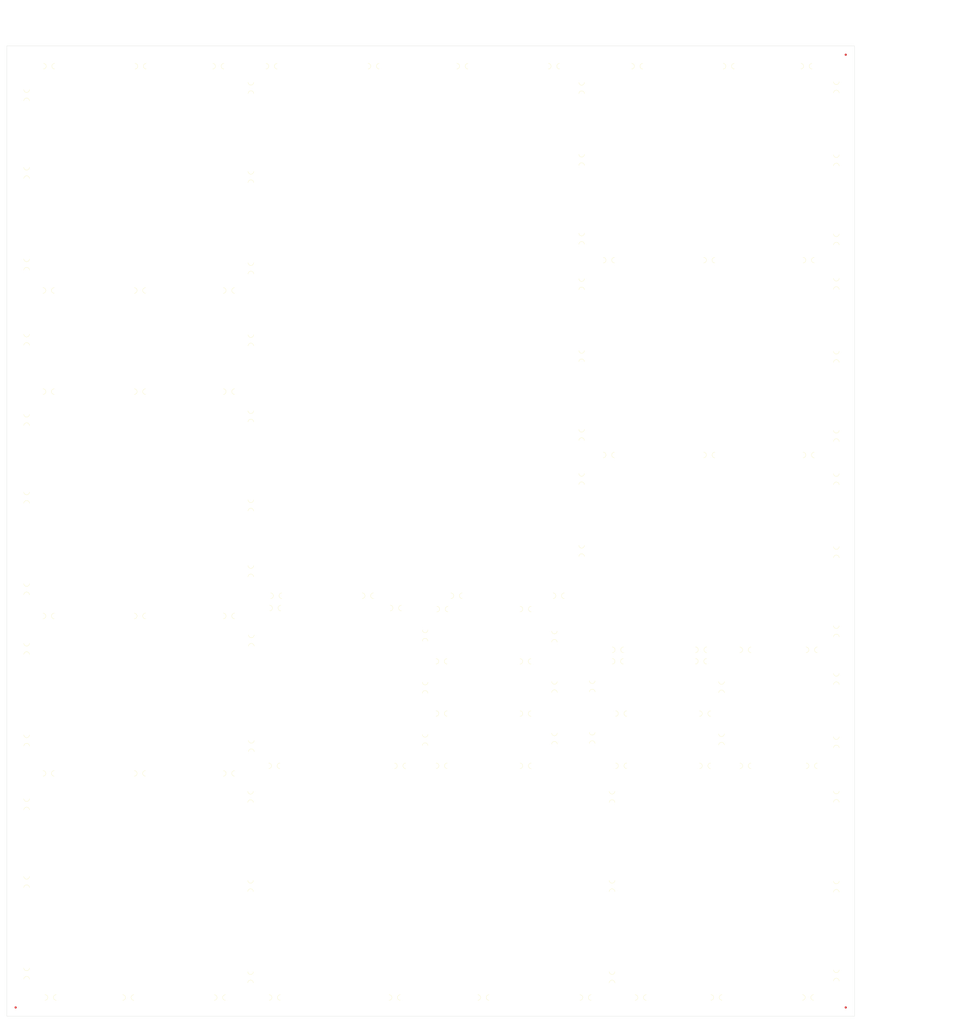
<source format=kicad_pcb>
(kicad_pcb (version 20171130) (host pcbnew "(5.1.5)-3")
  (title_block (title "BMS 24S") (date 2020-08-13) (rev A) (company "e-Power UFRGS") (comment 1 "Gabriel Gosmann"))
  (layers (0 F.Cu signal) (31 B.Cu signal) (34 B.Paste user) (35 F.Paste user) (36 B.SilkS user) (37 F.SilkS user) (38 B.Mask user) (39 F.Mask user) (44 Edge.Cuts user))
  (net 0 "")
  (module Fiducial:Fiducial_1mm_Mask2mm (layer F.Cu) (at -17 -9)
    (fp_text reference REF** hide)
    (fp_text value Fiducial_1mm_Mask2mm hide)
    (pad "" smd circle (at 0 0) (size 1 1) (layers F.Cu F.Mask) (clearance 0.5))
  )
  (module Fiducial:Fiducial_1mm_Mask2mm (layer F.Cu) (at -397 427)
    (fp_text reference REF** hide)
    (fp_text value Fiducial_1mm_Mask2mm hide)
    (pad "" smd circle (at 0 0) (size 1 1) (layers F.Cu F.Mask) (clearance 0.5))
  )
  (module Fiducial:Fiducial_1mm_Mask2mm (layer F.Cu) (at -17 427)
    (fp_text reference REF** hide)
    (fp_text value Fiducial_1mm_Mask2mm hide)
    (pad "" smd circle (at 0 0) (size 1 1) (layers F.Cu F.Mask) (clearance 0.5))
  )
  (module e-Power:mouse-bite-2.54mm-slot-single (layer F.Cu) (at -150.3642 256.8144 270)
    (fp_text reference mouse-bite-2.54mm-slot hide)
    (fp_text value VAL** hide)
    (pad "" np_thru_hole circle (at 0.508 1.397 270) (size 0.5 0.5) (drill 0.5) (layers *.Cu *.Mask) (clearance 1.25))
    (pad "" np_thru_hole circle (at -1.016 1.397 270) (size 0.5 0.5) (drill 0.5) (layers *.Cu *.Mask) (clearance 1.25))
    (pad "" np_thru_hole circle (at -0.254 1.397 270) (size 0.5 0.5) (drill 0.5) (layers *.Cu *.Mask) (clearance 1.25))
    (pad "" np_thru_hole circle (at 1.27 1.397 270) (size 0.5 0.5) (drill 0.5) (layers *.Cu *.Mask) (clearance 1.25))
    (pad "" np_thru_hole circle (at 2.032 1.397 270) (size 0.5 0.5) (drill 0.5) (layers *.Cu *.Mask) (clearance 1.25))
  )
  (module e-Power:mouse-bite-2.54mm-slot-single (layer F.Cu) (at -150.3388 279.8776 270)
    (fp_text reference mouse-bite-2.54mm-slot hide)
    (fp_text value VAL** hide)
    (pad "" np_thru_hole circle (at 2.032 1.397 270) (size 0.5 0.5) (drill 0.5) (layers *.Cu *.Mask) (clearance 1.25))
    (pad "" np_thru_hole circle (at 1.27 1.397 270) (size 0.5 0.5) (drill 0.5) (layers *.Cu *.Mask) (clearance 1.25))
    (pad "" np_thru_hole circle (at -0.254 1.397 270) (size 0.5 0.5) (drill 0.5) (layers *.Cu *.Mask) (clearance 1.25))
    (pad "" np_thru_hole circle (at -1.016 1.397 270) (size 0.5 0.5) (drill 0.5) (layers *.Cu *.Mask) (clearance 1.25))
    (pad "" np_thru_hole circle (at 0.508 1.397 270) (size 0.5 0.5) (drill 0.5) (layers *.Cu *.Mask) (clearance 1.25))
  )
  (module e-Power:mouse-bite-2.54mm-slot-single (layer F.Cu) (at -150.3388 303.4742 270)
    (fp_text reference mouse-bite-2.54mm-slot hide)
    (fp_text value VAL** hide)
    (pad "" np_thru_hole circle (at 0.508 1.397 270) (size 0.5 0.5) (drill 0.5) (layers *.Cu *.Mask) (clearance 1.25))
    (pad "" np_thru_hole circle (at -1.016 1.397 270) (size 0.5 0.5) (drill 0.5) (layers *.Cu *.Mask) (clearance 1.25))
    (pad "" np_thru_hole circle (at -0.254 1.397 270) (size 0.5 0.5) (drill 0.5) (layers *.Cu *.Mask) (clearance 1.25))
    (pad "" np_thru_hole circle (at 1.27 1.397 270) (size 0.5 0.5) (drill 0.5) (layers *.Cu *.Mask) (clearance 1.25))
    (pad "" np_thru_hole circle (at 2.032 1.397 270) (size 0.5 0.5) (drill 0.5) (layers *.Cu *.Mask) (clearance 1.25))
  )
  (module e-Power:mouse-bite-2.54mm-slot-single (layer F.Cu) (at -133.0414 280.538 90)
    (fp_text reference mouse-bite-2.54mm-slot hide)
    (fp_text value VAL** hide)
    (pad "" np_thru_hole circle (at 2.032 1.397 90) (size 0.5 0.5) (drill 0.5) (layers *.Cu *.Mask) (clearance 1.25))
    (pad "" np_thru_hole circle (at 1.27 1.397 90) (size 0.5 0.5) (drill 0.5) (layers *.Cu *.Mask) (clearance 1.25))
    (pad "" np_thru_hole circle (at -0.254 1.397 90) (size 0.5 0.5) (drill 0.5) (layers *.Cu *.Mask) (clearance 1.25))
    (pad "" np_thru_hole circle (at -1.016 1.397 90) (size 0.5 0.5) (drill 0.5) (layers *.Cu *.Mask) (clearance 1.25))
    (pad "" np_thru_hole circle (at 0.508 1.397 90) (size 0.5 0.5) (drill 0.5) (layers *.Cu *.Mask) (clearance 1.25))
  )
  (module e-Power:mouse-bite-2.54mm-slot-single (layer F.Cu) (at -133.0668 304.1346 90)
    (fp_text reference mouse-bite-2.54mm-slot hide)
    (fp_text value VAL** hide)
    (pad "" np_thru_hole circle (at 0.508 1.397 90) (size 0.5 0.5) (drill 0.5) (layers *.Cu *.Mask) (clearance 1.25))
    (pad "" np_thru_hole circle (at -1.016 1.397 90) (size 0.5 0.5) (drill 0.5) (layers *.Cu *.Mask) (clearance 1.25))
    (pad "" np_thru_hole circle (at -0.254 1.397 90) (size 0.5 0.5) (drill 0.5) (layers *.Cu *.Mask) (clearance 1.25))
    (pad "" np_thru_hole circle (at 1.27 1.397 90) (size 0.5 0.5) (drill 0.5) (layers *.Cu *.Mask) (clearance 1.25))
    (pad "" np_thru_hole circle (at 2.032 1.397 90) (size 0.5 0.5) (drill 0.5) (layers *.Cu *.Mask) (clearance 1.25))
  )
  (module e-Power:mouse-bite-2.54mm-slot-single (layer F.Cu) (at -120.824 263.3422 180)
    (fp_text reference mouse-bite-2.54mm-slot hide)
    (fp_text value VAL** hide)
    (pad "" np_thru_hole circle (at 2.032 1.397 180) (size 0.5 0.5) (drill 0.5) (layers *.Cu *.Mask) (clearance 1.25))
    (pad "" np_thru_hole circle (at 1.27 1.397 180) (size 0.5 0.5) (drill 0.5) (layers *.Cu *.Mask) (clearance 1.25))
    (pad "" np_thru_hole circle (at -0.254 1.397 180) (size 0.5 0.5) (drill 0.5) (layers *.Cu *.Mask) (clearance 1.25))
    (pad "" np_thru_hole circle (at -1.016 1.397 180) (size 0.5 0.5) (drill 0.5) (layers *.Cu *.Mask) (clearance 1.25))
    (pad "" np_thru_hole circle (at 0.508 1.397 180) (size 0.5 0.5) (drill 0.5) (layers *.Cu *.Mask) (clearance 1.25))
  )
  (module e-Power:mouse-bite-2.54mm-slot-single (layer F.Cu) (at -82.724 263.3168 180)
    (fp_text reference mouse-bite-2.54mm-slot hide)
    (fp_text value VAL** hide)
    (pad "" np_thru_hole circle (at 0.508 1.397 180) (size 0.5 0.5) (drill 0.5) (layers *.Cu *.Mask) (clearance 1.25))
    (pad "" np_thru_hole circle (at -1.016 1.397 180) (size 0.5 0.5) (drill 0.5) (layers *.Cu *.Mask) (clearance 1.25))
    (pad "" np_thru_hole circle (at -0.254 1.397 180) (size 0.5 0.5) (drill 0.5) (layers *.Cu *.Mask) (clearance 1.25))
    (pad "" np_thru_hole circle (at 1.27 1.397 180) (size 0.5 0.5) (drill 0.5) (layers *.Cu *.Mask) (clearance 1.25))
    (pad "" np_thru_hole circle (at 2.032 1.397 180) (size 0.5 0.5) (drill 0.5) (layers *.Cu *.Mask) (clearance 1.25))
  )
  (module e-Power:mouse-bite-2.54mm-slot-single (layer F.Cu) (at -83.74 268.5746)
    (fp_text reference mouse-bite-2.54mm-slot hide)
    (fp_text value VAL** hide)
    (pad "" np_thru_hole circle (at 0.508 1.397) (size 0.5 0.5) (drill 0.5) (layers *.Cu *.Mask) (clearance 1.25))
    (pad "" np_thru_hole circle (at -1.016 1.397) (size 0.5 0.5) (drill 0.5) (layers *.Cu *.Mask) (clearance 1.25))
    (pad "" np_thru_hole circle (at -0.254 1.397) (size 0.5 0.5) (drill 0.5) (layers *.Cu *.Mask) (clearance 1.25))
    (pad "" np_thru_hole circle (at 1.27 1.397) (size 0.5 0.5) (drill 0.5) (layers *.Cu *.Mask) (clearance 1.25))
    (pad "" np_thru_hole circle (at 2.032 1.397) (size 0.5 0.5) (drill 0.5) (layers *.Cu *.Mask) (clearance 1.25))
  )
  (module e-Power:mouse-bite-2.54mm-slot-single (layer F.Cu) (at -121.84 268.6)
    (fp_text reference mouse-bite-2.54mm-slot hide)
    (fp_text value VAL** hide)
    (pad "" np_thru_hole circle (at 2.032 1.397) (size 0.5 0.5) (drill 0.5) (layers *.Cu *.Mask) (clearance 1.25))
    (pad "" np_thru_hole circle (at 1.27 1.397) (size 0.5 0.5) (drill 0.5) (layers *.Cu *.Mask) (clearance 1.25))
    (pad "" np_thru_hole circle (at -0.254 1.397) (size 0.5 0.5) (drill 0.5) (layers *.Cu *.Mask) (clearance 1.25))
    (pad "" np_thru_hole circle (at -1.016 1.397) (size 0.5 0.5) (drill 0.5) (layers *.Cu *.Mask) (clearance 1.25))
    (pad "" np_thru_hole circle (at 0.508 1.397) (size 0.5 0.5) (drill 0.5) (layers *.Cu *.Mask) (clearance 1.25))
  )
  (module e-Power:mouse-bite-2.54mm-slot-single (layer F.Cu) (at -202.104 244.724)
    (fp_text reference mouse-bite-2.54mm-slot hide)
    (fp_text value VAL** hide)
    (pad "" np_thru_hole circle (at 0.508 1.397) (size 0.5 0.5) (drill 0.5) (layers *.Cu *.Mask) (clearance 1.25))
    (pad "" np_thru_hole circle (at -1.016 1.397) (size 0.5 0.5) (drill 0.5) (layers *.Cu *.Mask) (clearance 1.25))
    (pad "" np_thru_hole circle (at -0.254 1.397) (size 0.5 0.5) (drill 0.5) (layers *.Cu *.Mask) (clearance 1.25))
    (pad "" np_thru_hole circle (at 1.27 1.397) (size 0.5 0.5) (drill 0.5) (layers *.Cu *.Mask) (clearance 1.25))
    (pad "" np_thru_hole circle (at 2.032 1.397) (size 0.5 0.5) (drill 0.5) (layers *.Cu *.Mask) (clearance 1.25))
  )
  (module e-Power:mouse-bite-2.54mm-slot-single (layer F.Cu) (at -164.004 244.6986)
    (fp_text reference mouse-bite-2.54mm-slot hide)
    (fp_text value VAL** hide)
    (pad "" np_thru_hole circle (at 2.032 1.397) (size 0.5 0.5) (drill 0.5) (layers *.Cu *.Mask) (clearance 1.25))
    (pad "" np_thru_hole circle (at 1.27 1.397) (size 0.5 0.5) (drill 0.5) (layers *.Cu *.Mask) (clearance 1.25))
    (pad "" np_thru_hole circle (at -0.254 1.397) (size 0.5 0.5) (drill 0.5) (layers *.Cu *.Mask) (clearance 1.25))
    (pad "" np_thru_hole circle (at -1.016 1.397) (size 0.5 0.5) (drill 0.5) (layers *.Cu *.Mask) (clearance 1.25))
    (pad "" np_thru_hole circle (at 0.508 1.397) (size 0.5 0.5) (drill 0.5) (layers *.Cu *.Mask) (clearance 1.25))
  )
  (module e-Power:mouse-bite-2.54mm-slot-single (layer F.Cu) (at -223.44 244.216)
    (fp_text reference mouse-bite-2.54mm-slot hide)
    (fp_text value VAL** hide)
    (pad "" np_thru_hole circle (at 0.508 1.397) (size 0.5 0.5) (drill 0.5) (layers *.Cu *.Mask) (clearance 1.25))
    (pad "" np_thru_hole circle (at -1.016 1.397) (size 0.5 0.5) (drill 0.5) (layers *.Cu *.Mask) (clearance 1.25))
    (pad "" np_thru_hole circle (at -0.254 1.397) (size 0.5 0.5) (drill 0.5) (layers *.Cu *.Mask) (clearance 1.25))
    (pad "" np_thru_hole circle (at 1.27 1.397) (size 0.5 0.5) (drill 0.5) (layers *.Cu *.Mask) (clearance 1.25))
    (pad "" np_thru_hole circle (at 2.032 1.397) (size 0.5 0.5) (drill 0.5) (layers *.Cu *.Mask) (clearance 1.25))
  )
  (module e-Power:mouse-bite-2.54mm-slot-single (layer F.Cu) (at -278.6342 244.2414)
    (fp_text reference mouse-bite-2.54mm-slot hide)
    (fp_text value VAL** hide)
    (pad "" np_thru_hole circle (at 2.032 1.397) (size 0.5 0.5) (drill 0.5) (layers *.Cu *.Mask) (clearance 1.25))
    (pad "" np_thru_hole circle (at 1.27 1.397) (size 0.5 0.5) (drill 0.5) (layers *.Cu *.Mask) (clearance 1.25))
    (pad "" np_thru_hole circle (at -0.254 1.397) (size 0.5 0.5) (drill 0.5) (layers *.Cu *.Mask) (clearance 1.25))
    (pad "" np_thru_hole circle (at -1.016 1.397) (size 0.5 0.5) (drill 0.5) (layers *.Cu *.Mask) (clearance 1.25))
    (pad "" np_thru_hole circle (at 0.508 1.397) (size 0.5 0.5) (drill 0.5) (layers *.Cu *.Mask) (clearance 1.25))
  )
  (module e-Power:mouse-bite-2.54mm-slot-single (layer F.Cu) (at -21.3068 276.22 270)
    (fp_text reference mouse-bite-2.54mm-slot hide)
    (fp_text value VAL** hide)
    (pad "" np_thru_hole circle (at 2.032 1.397 270) (size 0.5 0.5) (drill 0.5) (layers *.Cu *.Mask) (clearance 1.25))
    (pad "" np_thru_hole circle (at 1.27 1.397 270) (size 0.5 0.5) (drill 0.5) (layers *.Cu *.Mask) (clearance 1.25))
    (pad "" np_thru_hole circle (at -0.254 1.397 270) (size 0.5 0.5) (drill 0.5) (layers *.Cu *.Mask) (clearance 1.25))
    (pad "" np_thru_hole circle (at -1.016 1.397 270) (size 0.5 0.5) (drill 0.5) (layers *.Cu *.Mask) (clearance 1.25))
    (pad "" np_thru_hole circle (at 0.508 1.397 270) (size 0.5 0.5) (drill 0.5) (layers *.Cu *.Mask) (clearance 1.25))
  )
  (module e-Power:mouse-bite-2.54mm-slot-single (layer F.Cu) (at -21.3068 305.176 270)
    (fp_text reference mouse-bite-2.54mm-slot hide)
    (fp_text value VAL** hide)
    (pad "" np_thru_hole circle (at 0.508 1.397 270) (size 0.5 0.5) (drill 0.5) (layers *.Cu *.Mask) (clearance 1.25))
    (pad "" np_thru_hole circle (at -1.016 1.397 270) (size 0.5 0.5) (drill 0.5) (layers *.Cu *.Mask) (clearance 1.25))
    (pad "" np_thru_hole circle (at -0.254 1.397 270) (size 0.5 0.5) (drill 0.5) (layers *.Cu *.Mask) (clearance 1.25))
    (pad "" np_thru_hole circle (at 1.27 1.397 270) (size 0.5 0.5) (drill 0.5) (layers *.Cu *.Mask) (clearance 1.25))
    (pad "" np_thru_hole circle (at 2.032 1.397 270) (size 0.5 0.5) (drill 0.5) (layers *.Cu *.Mask) (clearance 1.25))
  )
  (module e-Power:mouse-bite-2.54mm-slot-single (layer F.Cu) (at -21.3068 371.216 270)
    (fp_text reference mouse-bite-2.54mm-slot hide)
    (fp_text value VAL** hide)
    (pad "" np_thru_hole circle (at 2.032 1.397 270) (size 0.5 0.5) (drill 0.5) (layers *.Cu *.Mask) (clearance 1.25))
    (pad "" np_thru_hole circle (at 1.27 1.397 270) (size 0.5 0.5) (drill 0.5) (layers *.Cu *.Mask) (clearance 1.25))
    (pad "" np_thru_hole circle (at -0.254 1.397 270) (size 0.5 0.5) (drill 0.5) (layers *.Cu *.Mask) (clearance 1.25))
    (pad "" np_thru_hole circle (at -1.016 1.397 270) (size 0.5 0.5) (drill 0.5) (layers *.Cu *.Mask) (clearance 1.25))
    (pad "" np_thru_hole circle (at 0.508 1.397 270) (size 0.5 0.5) (drill 0.5) (layers *.Cu *.Mask) (clearance 1.25))
  )
  (module e-Power:mouse-bite-2.54mm-slot-single (layer F.Cu) (at -21.3068 411.856 270)
    (fp_text reference mouse-bite-2.54mm-slot hide)
    (fp_text value VAL** hide)
    (pad "" np_thru_hole circle (at 0.508 1.397 270) (size 0.5 0.5) (drill 0.5) (layers *.Cu *.Mask) (clearance 1.25))
    (pad "" np_thru_hole circle (at -1.016 1.397 270) (size 0.5 0.5) (drill 0.5) (layers *.Cu *.Mask) (clearance 1.25))
    (pad "" np_thru_hole circle (at -0.254 1.397 270) (size 0.5 0.5) (drill 0.5) (layers *.Cu *.Mask) (clearance 1.25))
    (pad "" np_thru_hole circle (at 1.27 1.397 270) (size 0.5 0.5) (drill 0.5) (layers *.Cu *.Mask) (clearance 1.25))
    (pad "" np_thru_hole circle (at 2.032 1.397 270) (size 0.5 0.5) (drill 0.5) (layers *.Cu *.Mask) (clearance 1.25))
  )
  (module e-Power:mouse-bite-2.54mm-slot-single (layer F.Cu) (at -21.3068 330.068 270)
    (fp_text reference mouse-bite-2.54mm-slot hide)
    (fp_text value VAL** hide)
    (pad "" np_thru_hole circle (at 0.508 1.397 270) (size 0.5 0.5) (drill 0.5) (layers *.Cu *.Mask) (clearance 1.25))
    (pad "" np_thru_hole circle (at -1.016 1.397 270) (size 0.5 0.5) (drill 0.5) (layers *.Cu *.Mask) (clearance 1.25))
    (pad "" np_thru_hole circle (at -0.254 1.397 270) (size 0.5 0.5) (drill 0.5) (layers *.Cu *.Mask) (clearance 1.25))
    (pad "" np_thru_hole circle (at 1.27 1.397 270) (size 0.5 0.5) (drill 0.5) (layers *.Cu *.Mask) (clearance 1.25))
    (pad "" np_thru_hole circle (at 2.032 1.397 270) (size 0.5 0.5) (drill 0.5) (layers *.Cu *.Mask) (clearance 1.25))
  )
  (module e-Power:mouse-bite-2.54mm-slot-single (layer F.Cu) (at -21.3068 218.181 270)
    (fp_text reference mouse-bite-2.54mm-slot hide)
    (fp_text value VAL** hide)
    (pad "" np_thru_hole circle (at 0.508 1.397 270) (size 0.5 0.5) (drill 0.5) (layers *.Cu *.Mask) (clearance 1.25))
    (pad "" np_thru_hole circle (at -1.016 1.397 270) (size 0.5 0.5) (drill 0.5) (layers *.Cu *.Mask) (clearance 1.25))
    (pad "" np_thru_hole circle (at -0.254 1.397 270) (size 0.5 0.5) (drill 0.5) (layers *.Cu *.Mask) (clearance 1.25))
    (pad "" np_thru_hole circle (at 1.27 1.397 270) (size 0.5 0.5) (drill 0.5) (layers *.Cu *.Mask) (clearance 1.25))
    (pad "" np_thru_hole circle (at 2.032 1.397 270) (size 0.5 0.5) (drill 0.5) (layers *.Cu *.Mask) (clearance 1.25))
  )
  (module e-Power:mouse-bite-2.54mm-slot-single (layer F.Cu) (at -21.3068 254.376 270)
    (fp_text reference mouse-bite-2.54mm-slot hide)
    (fp_text value VAL** hide)
    (pad "" np_thru_hole circle (at 2.032 1.397 270) (size 0.5 0.5) (drill 0.5) (layers *.Cu *.Mask) (clearance 1.25))
    (pad "" np_thru_hole circle (at 1.27 1.397 270) (size 0.5 0.5) (drill 0.5) (layers *.Cu *.Mask) (clearance 1.25))
    (pad "" np_thru_hole circle (at -0.254 1.397 270) (size 0.5 0.5) (drill 0.5) (layers *.Cu *.Mask) (clearance 1.25))
    (pad "" np_thru_hole circle (at -1.016 1.397 270) (size 0.5 0.5) (drill 0.5) (layers *.Cu *.Mask) (clearance 1.25))
    (pad "" np_thru_hole circle (at 0.508 1.397 270) (size 0.5 0.5) (drill 0.5) (layers *.Cu *.Mask) (clearance 1.25))
  )
  (module e-Power:mouse-bite-2.54mm-slot-single (layer F.Cu) (at -21.3068 184.78 270)
    (fp_text reference mouse-bite-2.54mm-slot hide)
    (fp_text value VAL** hide)
    (pad "" np_thru_hole circle (at 2.032 1.397 270) (size 0.5 0.5) (drill 0.5) (layers *.Cu *.Mask) (clearance 1.25))
    (pad "" np_thru_hole circle (at 1.27 1.397 270) (size 0.5 0.5) (drill 0.5) (layers *.Cu *.Mask) (clearance 1.25))
    (pad "" np_thru_hole circle (at -0.254 1.397 270) (size 0.5 0.5) (drill 0.5) (layers *.Cu *.Mask) (clearance 1.25))
    (pad "" np_thru_hole circle (at -1.016 1.397 270) (size 0.5 0.5) (drill 0.5) (layers *.Cu *.Mask) (clearance 1.25))
    (pad "" np_thru_hole circle (at 0.508 1.397 270) (size 0.5 0.5) (drill 0.5) (layers *.Cu *.Mask) (clearance 1.25))
  )
  (module e-Power:mouse-bite-2.54mm-slot-single (layer F.Cu) (at -21.3068 164.968 270)
    (fp_text reference mouse-bite-2.54mm-slot hide)
    (fp_text value VAL** hide)
    (pad "" np_thru_hole circle (at 0.508 1.397 270) (size 0.5 0.5) (drill 0.5) (layers *.Cu *.Mask) (clearance 1.25))
    (pad "" np_thru_hole circle (at -1.016 1.397 270) (size 0.5 0.5) (drill 0.5) (layers *.Cu *.Mask) (clearance 1.25))
    (pad "" np_thru_hole circle (at -0.254 1.397 270) (size 0.5 0.5) (drill 0.5) (layers *.Cu *.Mask) (clearance 1.25))
    (pad "" np_thru_hole circle (at 1.27 1.397 270) (size 0.5 0.5) (drill 0.5) (layers *.Cu *.Mask) (clearance 1.25))
    (pad "" np_thru_hole circle (at 2.032 1.397 270) (size 0.5 0.5) (drill 0.5) (layers *.Cu *.Mask) (clearance 1.25))
  )
  (module e-Power:mouse-bite-2.54mm-slot-single (layer F.Cu) (at -21.3068 128.773 270)
    (fp_text reference mouse-bite-2.54mm-slot hide)
    (fp_text value VAL** hide)
    (pad "" np_thru_hole circle (at 2.032 1.397 270) (size 0.5 0.5) (drill 0.5) (layers *.Cu *.Mask) (clearance 1.25))
    (pad "" np_thru_hole circle (at 1.27 1.397 270) (size 0.5 0.5) (drill 0.5) (layers *.Cu *.Mask) (clearance 1.25))
    (pad "" np_thru_hole circle (at -0.254 1.397 270) (size 0.5 0.5) (drill 0.5) (layers *.Cu *.Mask) (clearance 1.25))
    (pad "" np_thru_hole circle (at -1.016 1.397 270) (size 0.5 0.5) (drill 0.5) (layers *.Cu *.Mask) (clearance 1.25))
    (pad "" np_thru_hole circle (at 0.508 1.397 270) (size 0.5 0.5) (drill 0.5) (layers *.Cu *.Mask) (clearance 1.25))
  )
  (module e-Power:mouse-bite-2.54mm-slot-single (layer F.Cu) (at -21.3068 95.372 270)
    (fp_text reference mouse-bite-2.54mm-slot hide)
    (fp_text value VAL** hide)
    (pad "" np_thru_hole circle (at 0.508 1.397 270) (size 0.5 0.5) (drill 0.5) (layers *.Cu *.Mask) (clearance 1.25))
    (pad "" np_thru_hole circle (at -1.016 1.397 270) (size 0.5 0.5) (drill 0.5) (layers *.Cu *.Mask) (clearance 1.25))
    (pad "" np_thru_hole circle (at -0.254 1.397 270) (size 0.5 0.5) (drill 0.5) (layers *.Cu *.Mask) (clearance 1.25))
    (pad "" np_thru_hole circle (at 1.27 1.397 270) (size 0.5 0.5) (drill 0.5) (layers *.Cu *.Mask) (clearance 1.25))
    (pad "" np_thru_hole circle (at 2.032 1.397 270) (size 0.5 0.5) (drill 0.5) (layers *.Cu *.Mask) (clearance 1.25))
  )
  (module e-Power:mouse-bite-2.54mm-slot-single (layer F.Cu) (at -21.3068 38.857 270)
    (fp_text reference mouse-bite-2.54mm-slot hide)
    (fp_text value VAL** hide)
    (pad "" np_thru_hole circle (at 0.508 1.397 270) (size 0.5 0.5) (drill 0.5) (layers *.Cu *.Mask) (clearance 1.25))
    (pad "" np_thru_hole circle (at -1.016 1.397 270) (size 0.5 0.5) (drill 0.5) (layers *.Cu *.Mask) (clearance 1.25))
    (pad "" np_thru_hole circle (at -0.254 1.397 270) (size 0.5 0.5) (drill 0.5) (layers *.Cu *.Mask) (clearance 1.25))
    (pad "" np_thru_hole circle (at 1.27 1.397 270) (size 0.5 0.5) (drill 0.5) (layers *.Cu *.Mask) (clearance 1.25))
    (pad "" np_thru_hole circle (at 2.032 1.397 270) (size 0.5 0.5) (drill 0.5) (layers *.Cu *.Mask) (clearance 1.25))
  )
  (module e-Power:mouse-bite-2.54mm-slot-single (layer F.Cu) (at -21.3068 75.052 270)
    (fp_text reference mouse-bite-2.54mm-slot hide)
    (fp_text value VAL** hide)
    (pad "" np_thru_hole circle (at 2.032 1.397 270) (size 0.5 0.5) (drill 0.5) (layers *.Cu *.Mask) (clearance 1.25))
    (pad "" np_thru_hole circle (at 1.27 1.397 270) (size 0.5 0.5) (drill 0.5) (layers *.Cu *.Mask) (clearance 1.25))
    (pad "" np_thru_hole circle (at -0.254 1.397 270) (size 0.5 0.5) (drill 0.5) (layers *.Cu *.Mask) (clearance 1.25))
    (pad "" np_thru_hole circle (at -1.016 1.397 270) (size 0.5 0.5) (drill 0.5) (layers *.Cu *.Mask) (clearance 1.25))
    (pad "" np_thru_hole circle (at 0.508 1.397 270) (size 0.5 0.5) (drill 0.5) (layers *.Cu *.Mask) (clearance 1.25))
  )
  (module e-Power:mouse-bite-2.54mm-slot-single (layer F.Cu) (at -21.3068 5.456 270)
    (fp_text reference mouse-bite-2.54mm-slot hide)
    (fp_text value VAL** hide)
    (pad "" np_thru_hole circle (at 2.032 1.397 270) (size 0.5 0.5) (drill 0.5) (layers *.Cu *.Mask) (clearance 1.25))
    (pad "" np_thru_hole circle (at 1.27 1.397 270) (size 0.5 0.5) (drill 0.5) (layers *.Cu *.Mask) (clearance 1.25))
    (pad "" np_thru_hole circle (at -0.254 1.397 270) (size 0.5 0.5) (drill 0.5) (layers *.Cu *.Mask) (clearance 1.25))
    (pad "" np_thru_hole circle (at -1.016 1.397 270) (size 0.5 0.5) (drill 0.5) (layers *.Cu *.Mask) (clearance 1.25))
    (pad "" np_thru_hole circle (at 0.508 1.397 270) (size 0.5 0.5) (drill 0.5) (layers *.Cu *.Mask) (clearance 1.25))
  )
  (module e-Power:mouse-bite-2.54mm-slot-single (layer F.Cu) (at -391.969 121.915 90)
    (fp_text reference mouse-bite-2.54mm-slot hide)
    (fp_text value VAL** hide)
    (pad "" np_thru_hole circle (at 0.508 1.397 90) (size 0.5 0.5) (drill 0.5) (layers *.Cu *.Mask) (clearance 1.25))
    (pad "" np_thru_hole circle (at -1.016 1.397 90) (size 0.5 0.5) (drill 0.5) (layers *.Cu *.Mask) (clearance 1.25))
    (pad "" np_thru_hole circle (at -0.254 1.397 90) (size 0.5 0.5) (drill 0.5) (layers *.Cu *.Mask) (clearance 1.25))
    (pad "" np_thru_hole circle (at 1.27 1.397 90) (size 0.5 0.5) (drill 0.5) (layers *.Cu *.Mask) (clearance 1.25))
    (pad "" np_thru_hole circle (at 2.032 1.397 90) (size 0.5 0.5) (drill 0.5) (layers *.Cu *.Mask) (clearance 1.25))
  )
  (module e-Power:mouse-bite-2.54mm-slot-single (layer F.Cu) (at -391.969 263.393 90)
    (fp_text reference mouse-bite-2.54mm-slot hide)
    (fp_text value VAL** hide)
    (pad "" np_thru_hole circle (at 2.032 1.397 90) (size 0.5 0.5) (drill 0.5) (layers *.Cu *.Mask) (clearance 1.25))
    (pad "" np_thru_hole circle (at 1.27 1.397 90) (size 0.5 0.5) (drill 0.5) (layers *.Cu *.Mask) (clearance 1.25))
    (pad "" np_thru_hole circle (at -0.254 1.397 90) (size 0.5 0.5) (drill 0.5) (layers *.Cu *.Mask) (clearance 1.25))
    (pad "" np_thru_hole circle (at -1.016 1.397 90) (size 0.5 0.5) (drill 0.5) (layers *.Cu *.Mask) (clearance 1.25))
    (pad "" np_thru_hole circle (at 0.508 1.397 90) (size 0.5 0.5) (drill 0.5) (layers *.Cu *.Mask) (clearance 1.25))
  )
  (module e-Power:mouse-bite-2.54mm-slot-single (layer F.Cu) (at -391.969 305.303 90)
    (fp_text reference mouse-bite-2.54mm-slot hide)
    (fp_text value VAL** hide)
    (pad "" np_thru_hole circle (at 0.508 1.397 90) (size 0.5 0.5) (drill 0.5) (layers *.Cu *.Mask) (clearance 1.25))
    (pad "" np_thru_hole circle (at -1.016 1.397 90) (size 0.5 0.5) (drill 0.5) (layers *.Cu *.Mask) (clearance 1.25))
    (pad "" np_thru_hole circle (at -0.254 1.397 90) (size 0.5 0.5) (drill 0.5) (layers *.Cu *.Mask) (clearance 1.25))
    (pad "" np_thru_hole circle (at 1.27 1.397 90) (size 0.5 0.5) (drill 0.5) (layers *.Cu *.Mask) (clearance 1.25))
    (pad "" np_thru_hole circle (at 2.032 1.397 90) (size 0.5 0.5) (drill 0.5) (layers *.Cu *.Mask) (clearance 1.25))
  )
  (module e-Power:mouse-bite-2.54mm-slot-single (layer F.Cu) (at -391.969 334.513 90)
    (fp_text reference mouse-bite-2.54mm-slot hide)
    (fp_text value VAL** hide)
    (pad "" np_thru_hole circle (at 0.508 1.397 90) (size 0.5 0.5) (drill 0.5) (layers *.Cu *.Mask) (clearance 1.25))
    (pad "" np_thru_hole circle (at -1.016 1.397 90) (size 0.5 0.5) (drill 0.5) (layers *.Cu *.Mask) (clearance 1.25))
    (pad "" np_thru_hole circle (at -0.254 1.397 90) (size 0.5 0.5) (drill 0.5) (layers *.Cu *.Mask) (clearance 1.25))
    (pad "" np_thru_hole circle (at 1.27 1.397 90) (size 0.5 0.5) (drill 0.5) (layers *.Cu *.Mask) (clearance 1.25))
    (pad "" np_thru_hole circle (at 2.032 1.397 90) (size 0.5 0.5) (drill 0.5) (layers *.Cu *.Mask) (clearance 1.25))
  )
  (module e-Power:mouse-bite-2.54mm-slot-single (layer F.Cu) (at -391.969 370.073 90)
    (fp_text reference mouse-bite-2.54mm-slot hide)
    (fp_text value VAL** hide)
    (pad "" np_thru_hole circle (at 2.032 1.397 90) (size 0.5 0.5) (drill 0.5) (layers *.Cu *.Mask) (clearance 1.25))
    (pad "" np_thru_hole circle (at 1.27 1.397 90) (size 0.5 0.5) (drill 0.5) (layers *.Cu *.Mask) (clearance 1.25))
    (pad "" np_thru_hole circle (at -0.254 1.397 90) (size 0.5 0.5) (drill 0.5) (layers *.Cu *.Mask) (clearance 1.25))
    (pad "" np_thru_hole circle (at -1.016 1.397 90) (size 0.5 0.5) (drill 0.5) (layers *.Cu *.Mask) (clearance 1.25))
    (pad "" np_thru_hole circle (at 0.508 1.397 90) (size 0.5 0.5) (drill 0.5) (layers *.Cu *.Mask) (clearance 1.25))
  )
  (module e-Power:mouse-bite-2.54mm-slot-single (layer F.Cu) (at -391.969 411.983 90)
    (fp_text reference mouse-bite-2.54mm-slot hide)
    (fp_text value VAL** hide)
    (pad "" np_thru_hole circle (at 0.508 1.397 90) (size 0.5 0.5) (drill 0.5) (layers *.Cu *.Mask) (clearance 1.25))
    (pad "" np_thru_hole circle (at -1.016 1.397 90) (size 0.5 0.5) (drill 0.5) (layers *.Cu *.Mask) (clearance 1.25))
    (pad "" np_thru_hole circle (at -0.254 1.397 90) (size 0.5 0.5) (drill 0.5) (layers *.Cu *.Mask) (clearance 1.25))
    (pad "" np_thru_hole circle (at 1.27 1.397 90) (size 0.5 0.5) (drill 0.5) (layers *.Cu *.Mask) (clearance 1.25))
    (pad "" np_thru_hole circle (at 2.032 1.397 90) (size 0.5 0.5) (drill 0.5) (layers *.Cu *.Mask) (clearance 1.25))
  )
  (module e-Power:mouse-bite-2.54mm-slot-single (layer F.Cu) (at -391.969 236.088 90)
    (fp_text reference mouse-bite-2.54mm-slot hide)
    (fp_text value VAL** hide)
    (pad "" np_thru_hole circle (at 2.032 1.397 90) (size 0.5 0.5) (drill 0.5) (layers *.Cu *.Mask) (clearance 1.25))
    (pad "" np_thru_hole circle (at 1.27 1.397 90) (size 0.5 0.5) (drill 0.5) (layers *.Cu *.Mask) (clearance 1.25))
    (pad "" np_thru_hole circle (at -0.254 1.397 90) (size 0.5 0.5) (drill 0.5) (layers *.Cu *.Mask) (clearance 1.25))
    (pad "" np_thru_hole circle (at -1.016 1.397 90) (size 0.5 0.5) (drill 0.5) (layers *.Cu *.Mask) (clearance 1.25))
    (pad "" np_thru_hole circle (at 0.508 1.397 90) (size 0.5 0.5) (drill 0.5) (layers *.Cu *.Mask) (clearance 1.25))
  )
  (module e-Power:mouse-bite-2.54mm-slot-single (layer F.Cu) (at -391.969 194.178 90)
    (fp_text reference mouse-bite-2.54mm-slot hide)
    (fp_text value VAL** hide)
    (pad "" np_thru_hole circle (at 0.508 1.397 90) (size 0.5 0.5) (drill 0.5) (layers *.Cu *.Mask) (clearance 1.25))
    (pad "" np_thru_hole circle (at -1.016 1.397 90) (size 0.5 0.5) (drill 0.5) (layers *.Cu *.Mask) (clearance 1.25))
    (pad "" np_thru_hole circle (at -0.254 1.397 90) (size 0.5 0.5) (drill 0.5) (layers *.Cu *.Mask) (clearance 1.25))
    (pad "" np_thru_hole circle (at 1.27 1.397 90) (size 0.5 0.5) (drill 0.5) (layers *.Cu *.Mask) (clearance 1.25))
    (pad "" np_thru_hole circle (at 2.032 1.397 90) (size 0.5 0.5) (drill 0.5) (layers *.Cu *.Mask) (clearance 1.25))
  )
  (module e-Power:mouse-bite-2.54mm-slot-single (layer F.Cu) (at -391.969 158.618 90)
    (fp_text reference mouse-bite-2.54mm-slot hide)
    (fp_text value VAL** hide)
    (pad "" np_thru_hole circle (at 2.032 1.397 90) (size 0.5 0.5) (drill 0.5) (layers *.Cu *.Mask) (clearance 1.25))
    (pad "" np_thru_hole circle (at 1.27 1.397 90) (size 0.5 0.5) (drill 0.5) (layers *.Cu *.Mask) (clearance 1.25))
    (pad "" np_thru_hole circle (at -0.254 1.397 90) (size 0.5 0.5) (drill 0.5) (layers *.Cu *.Mask) (clearance 1.25))
    (pad "" np_thru_hole circle (at -1.016 1.397 90) (size 0.5 0.5) (drill 0.5) (layers *.Cu *.Mask) (clearance 1.25))
    (pad "" np_thru_hole circle (at 0.508 1.397 90) (size 0.5 0.5) (drill 0.5) (layers *.Cu *.Mask) (clearance 1.25))
  )
  (module e-Power:mouse-bite-2.54mm-slot-single (layer F.Cu) (at -391.969 87.498 90)
    (fp_text reference mouse-bite-2.54mm-slot hide)
    (fp_text value VAL** hide)
    (pad "" np_thru_hole circle (at 0.508 1.397 90) (size 0.5 0.5) (drill 0.5) (layers *.Cu *.Mask) (clearance 1.25))
    (pad "" np_thru_hole circle (at -1.016 1.397 90) (size 0.5 0.5) (drill 0.5) (layers *.Cu *.Mask) (clearance 1.25))
    (pad "" np_thru_hole circle (at -0.254 1.397 90) (size 0.5 0.5) (drill 0.5) (layers *.Cu *.Mask) (clearance 1.25))
    (pad "" np_thru_hole circle (at 1.27 1.397 90) (size 0.5 0.5) (drill 0.5) (layers *.Cu *.Mask) (clearance 1.25))
    (pad "" np_thru_hole circle (at 2.032 1.397 90) (size 0.5 0.5) (drill 0.5) (layers *.Cu *.Mask) (clearance 1.25))
  )
  (module e-Power:mouse-bite-2.54mm-slot-single (layer F.Cu) (at -391.969 10.028 90)
    (fp_text reference mouse-bite-2.54mm-slot hide)
    (fp_text value VAL** hide)
    (pad "" np_thru_hole circle (at 0.508 1.397 90) (size 0.5 0.5) (drill 0.5) (layers *.Cu *.Mask) (clearance 1.25))
    (pad "" np_thru_hole circle (at -1.016 1.397 90) (size 0.5 0.5) (drill 0.5) (layers *.Cu *.Mask) (clearance 1.25))
    (pad "" np_thru_hole circle (at -0.254 1.397 90) (size 0.5 0.5) (drill 0.5) (layers *.Cu *.Mask) (clearance 1.25))
    (pad "" np_thru_hole circle (at 1.27 1.397 90) (size 0.5 0.5) (drill 0.5) (layers *.Cu *.Mask) (clearance 1.25))
    (pad "" np_thru_hole circle (at 2.032 1.397 90) (size 0.5 0.5) (drill 0.5) (layers *.Cu *.Mask) (clearance 1.25))
  )
  (module e-Power:mouse-bite-2.54mm-slot-single (layer F.Cu) (at -391.969 45.588 90)
    (fp_text reference mouse-bite-2.54mm-slot hide)
    (fp_text value VAL** hide)
    (pad "" np_thru_hole circle (at 2.032 1.397 90) (size 0.5 0.5) (drill 0.5) (layers *.Cu *.Mask) (clearance 1.25))
    (pad "" np_thru_hole circle (at 1.27 1.397 90) (size 0.5 0.5) (drill 0.5) (layers *.Cu *.Mask) (clearance 1.25))
    (pad "" np_thru_hole circle (at -0.254 1.397 90) (size 0.5 0.5) (drill 0.5) (layers *.Cu *.Mask) (clearance 1.25))
    (pad "" np_thru_hole circle (at -1.016 1.397 90) (size 0.5 0.5) (drill 0.5) (layers *.Cu *.Mask) (clearance 1.25))
    (pad "" np_thru_hole circle (at 0.508 1.397 90) (size 0.5 0.5) (drill 0.5) (layers *.Cu *.Mask) (clearance 1.25))
  )
  (module e-Power:mouse-bite-2.54mm-slot-single (layer F.Cu) (at -277.2118 238.6026 180)
    (fp_text reference mouse-bite-2.54mm-slot hide)
    (fp_text value VAL** hide)
    (pad "" np_thru_hole circle (at 2.032 1.397 180) (size 0.5 0.5) (drill 0.5) (layers *.Cu *.Mask) (clearance 1.25))
    (pad "" np_thru_hole circle (at 1.27 1.397 180) (size 0.5 0.5) (drill 0.5) (layers *.Cu *.Mask) (clearance 1.25))
    (pad "" np_thru_hole circle (at -0.254 1.397 180) (size 0.5 0.5) (drill 0.5) (layers *.Cu *.Mask) (clearance 1.25))
    (pad "" np_thru_hole circle (at -1.016 1.397 180) (size 0.5 0.5) (drill 0.5) (layers *.Cu *.Mask) (clearance 1.25))
    (pad "" np_thru_hole circle (at 0.508 1.397 180) (size 0.5 0.5) (drill 0.5) (layers *.Cu *.Mask) (clearance 1.25))
  )
  (module e-Power:mouse-bite-2.54mm-slot-single (layer F.Cu) (at -147.9258 238.6026 180)
    (fp_text reference mouse-bite-2.54mm-slot hide)
    (fp_text value VAL** hide)
    (pad "" np_thru_hole circle (at 0.508 1.397 180) (size 0.5 0.5) (drill 0.5) (layers *.Cu *.Mask) (clearance 1.25))
    (pad "" np_thru_hole circle (at -1.016 1.397 180) (size 0.5 0.5) (drill 0.5) (layers *.Cu *.Mask) (clearance 1.25))
    (pad "" np_thru_hole circle (at -0.254 1.397 180) (size 0.5 0.5) (drill 0.5) (layers *.Cu *.Mask) (clearance 1.25))
    (pad "" np_thru_hole circle (at 1.27 1.397 180) (size 0.5 0.5) (drill 0.5) (layers *.Cu *.Mask) (clearance 1.25))
    (pad "" np_thru_hole circle (at 2.032 1.397 180) (size 0.5 0.5) (drill 0.5) (layers *.Cu *.Mask) (clearance 1.25))
  )
  (module e-Power:mouse-bite-2.54mm-slot-single (layer F.Cu) (at -235.3018 238.6026 180)
    (fp_text reference mouse-bite-2.54mm-slot hide)
    (fp_text value VAL** hide)
    (pad "" np_thru_hole circle (at 0.508 1.397 180) (size 0.5 0.5) (drill 0.5) (layers *.Cu *.Mask) (clearance 1.25))
    (pad "" np_thru_hole circle (at -1.016 1.397 180) (size 0.5 0.5) (drill 0.5) (layers *.Cu *.Mask) (clearance 1.25))
    (pad "" np_thru_hole circle (at -0.254 1.397 180) (size 0.5 0.5) (drill 0.5) (layers *.Cu *.Mask) (clearance 1.25))
    (pad "" np_thru_hole circle (at 1.27 1.397 180) (size 0.5 0.5) (drill 0.5) (layers *.Cu *.Mask) (clearance 1.25))
    (pad "" np_thru_hole circle (at 2.032 1.397 180) (size 0.5 0.5) (drill 0.5) (layers *.Cu *.Mask) (clearance 1.25))
  )
  (module e-Power:mouse-bite-2.54mm-slot-single (layer F.Cu) (at -194.6618 238.6026 180)
    (fp_text reference mouse-bite-2.54mm-slot hide)
    (fp_text value VAL** hide)
    (pad "" np_thru_hole circle (at 2.032 1.397 180) (size 0.5 0.5) (drill 0.5) (layers *.Cu *.Mask) (clearance 1.25))
    (pad "" np_thru_hole circle (at 1.27 1.397 180) (size 0.5 0.5) (drill 0.5) (layers *.Cu *.Mask) (clearance 1.25))
    (pad "" np_thru_hole circle (at -0.254 1.397 180) (size 0.5 0.5) (drill 0.5) (layers *.Cu *.Mask) (clearance 1.25))
    (pad "" np_thru_hole circle (at -1.016 1.397 180) (size 0.5 0.5) (drill 0.5) (layers *.Cu *.Mask) (clearance 1.25))
    (pad "" np_thru_hole circle (at 0.508 1.397 180) (size 0.5 0.5) (drill 0.5) (layers *.Cu *.Mask) (clearance 1.25))
  )
  (module e-Power:mouse-bite-2.54mm-slot-single (layer F.Cu) (at -110.41 422.4478 180)
    (fp_text reference mouse-bite-2.54mm-slot hide)
    (fp_text value VAL** hide)
    (pad "" np_thru_hole circle (at 2.032 1.397 180) (size 0.5 0.5) (drill 0.5) (layers *.Cu *.Mask) (clearance 1.25))
    (pad "" np_thru_hole circle (at 1.27 1.397 180) (size 0.5 0.5) (drill 0.5) (layers *.Cu *.Mask) (clearance 1.25))
    (pad "" np_thru_hole circle (at -0.254 1.397 180) (size 0.5 0.5) (drill 0.5) (layers *.Cu *.Mask) (clearance 1.25))
    (pad "" np_thru_hole circle (at -1.016 1.397 180) (size 0.5 0.5) (drill 0.5) (layers *.Cu *.Mask) (clearance 1.25))
    (pad "" np_thru_hole circle (at 0.508 1.397 180) (size 0.5 0.5) (drill 0.5) (layers *.Cu *.Mask) (clearance 1.25))
  )
  (module e-Power:mouse-bite-2.54mm-slot-single (layer F.Cu) (at -277.923 422.4478 180)
    (fp_text reference mouse-bite-2.54mm-slot hide)
    (fp_text value VAL** hide)
    (pad "" np_thru_hole circle (at 2.032 1.397 180) (size 0.5 0.5) (drill 0.5) (layers *.Cu *.Mask) (clearance 1.25))
    (pad "" np_thru_hole circle (at 1.27 1.397 180) (size 0.5 0.5) (drill 0.5) (layers *.Cu *.Mask) (clearance 1.25))
    (pad "" np_thru_hole circle (at -0.254 1.397 180) (size 0.5 0.5) (drill 0.5) (layers *.Cu *.Mask) (clearance 1.25))
    (pad "" np_thru_hole circle (at -1.016 1.397 180) (size 0.5 0.5) (drill 0.5) (layers *.Cu *.Mask) (clearance 1.25))
    (pad "" np_thru_hole circle (at 0.508 1.397 180) (size 0.5 0.5) (drill 0.5) (layers *.Cu *.Mask) (clearance 1.25))
  )
  (module e-Power:mouse-bite-2.54mm-slot-single (layer F.Cu) (at -380.5136 422.4224 180)
    (fp_text reference mouse-bite-2.54mm-slot hide)
    (fp_text value VAL** hide)
    (pad "" np_thru_hole circle (at 2.032 1.397 180) (size 0.5 0.5) (drill 0.5) (layers *.Cu *.Mask) (clearance 1.25))
    (pad "" np_thru_hole circle (at 1.27 1.397 180) (size 0.5 0.5) (drill 0.5) (layers *.Cu *.Mask) (clearance 1.25))
    (pad "" np_thru_hole circle (at -0.254 1.397 180) (size 0.5 0.5) (drill 0.5) (layers *.Cu *.Mask) (clearance 1.25))
    (pad "" np_thru_hole circle (at -1.016 1.397 180) (size 0.5 0.5) (drill 0.5) (layers *.Cu *.Mask) (clearance 1.25))
    (pad "" np_thru_hole circle (at 0.508 1.397 180) (size 0.5 0.5) (drill 0.5) (layers *.Cu *.Mask) (clearance 1.25))
  )
  (module e-Power:mouse-bite-2.54mm-slot-single (layer F.Cu) (at -303.0436 422.4478 180)
    (fp_text reference mouse-bite-2.54mm-slot hide)
    (fp_text value VAL** hide)
    (pad "" np_thru_hole circle (at 2.032 1.397 180) (size 0.5 0.5) (drill 0.5) (layers *.Cu *.Mask) (clearance 1.25))
    (pad "" np_thru_hole circle (at 1.27 1.397 180) (size 0.5 0.5) (drill 0.5) (layers *.Cu *.Mask) (clearance 1.25))
    (pad "" np_thru_hole circle (at -0.254 1.397 180) (size 0.5 0.5) (drill 0.5) (layers *.Cu *.Mask) (clearance 1.25))
    (pad "" np_thru_hole circle (at -1.016 1.397 180) (size 0.5 0.5) (drill 0.5) (layers *.Cu *.Mask) (clearance 1.25))
    (pad "" np_thru_hole circle (at 0.508 1.397 180) (size 0.5 0.5) (drill 0.5) (layers *.Cu *.Mask) (clearance 1.25))
  )
  (module e-Power:mouse-bite-2.54mm-slot-single (layer F.Cu) (at -33.7782 422.4224 180)
    (fp_text reference mouse-bite-2.54mm-slot hide)
    (fp_text value VAL** hide)
    (pad "" np_thru_hole circle (at 0.508 1.397 180) (size 0.5 0.5) (drill 0.5) (layers *.Cu *.Mask) (clearance 1.25))
    (pad "" np_thru_hole circle (at -1.016 1.397 180) (size 0.5 0.5) (drill 0.5) (layers *.Cu *.Mask) (clearance 1.25))
    (pad "" np_thru_hole circle (at -0.254 1.397 180) (size 0.5 0.5) (drill 0.5) (layers *.Cu *.Mask) (clearance 1.25))
    (pad "" np_thru_hole circle (at 1.27 1.397 180) (size 0.5 0.5) (drill 0.5) (layers *.Cu *.Mask) (clearance 1.25))
    (pad "" np_thru_hole circle (at 2.032 1.397 180) (size 0.5 0.5) (drill 0.5) (layers *.Cu *.Mask) (clearance 1.25))
  )
  (module e-Power:mouse-bite-2.54mm-slot-single (layer F.Cu) (at -135.6322 422.4478 180)
    (fp_text reference mouse-bite-2.54mm-slot hide)
    (fp_text value VAL** hide)
    (pad "" np_thru_hole circle (at 0.508 1.397 180) (size 0.5 0.5) (drill 0.5) (layers *.Cu *.Mask) (clearance 1.25))
    (pad "" np_thru_hole circle (at -1.016 1.397 180) (size 0.5 0.5) (drill 0.5) (layers *.Cu *.Mask) (clearance 1.25))
    (pad "" np_thru_hole circle (at -0.254 1.397 180) (size 0.5 0.5) (drill 0.5) (layers *.Cu *.Mask) (clearance 1.25))
    (pad "" np_thru_hole circle (at 1.27 1.397 180) (size 0.5 0.5) (drill 0.5) (layers *.Cu *.Mask) (clearance 1.25))
    (pad "" np_thru_hole circle (at 2.032 1.397 180) (size 0.5 0.5) (drill 0.5) (layers *.Cu *.Mask) (clearance 1.25))
  )
  (module e-Power:mouse-bite-2.54mm-slot-single (layer F.Cu) (at -223.0082 422.4478 180)
    (fp_text reference mouse-bite-2.54mm-slot hide)
    (fp_text value VAL** hide)
    (pad "" np_thru_hole circle (at 0.508 1.397 180) (size 0.5 0.5) (drill 0.5) (layers *.Cu *.Mask) (clearance 1.25))
    (pad "" np_thru_hole circle (at -1.016 1.397 180) (size 0.5 0.5) (drill 0.5) (layers *.Cu *.Mask) (clearance 1.25))
    (pad "" np_thru_hole circle (at -0.254 1.397 180) (size 0.5 0.5) (drill 0.5) (layers *.Cu *.Mask) (clearance 1.25))
    (pad "" np_thru_hole circle (at 1.27 1.397 180) (size 0.5 0.5) (drill 0.5) (layers *.Cu *.Mask) (clearance 1.25))
    (pad "" np_thru_hole circle (at 2.032 1.397 180) (size 0.5 0.5) (drill 0.5) (layers *.Cu *.Mask) (clearance 1.25))
  )
  (module e-Power:mouse-bite-2.54mm-slot-single (layer F.Cu) (at -344.9536 422.4478 180)
    (fp_text reference mouse-bite-2.54mm-slot hide)
    (fp_text value VAL** hide)
    (pad "" np_thru_hole circle (at 0.508 1.397 180) (size 0.5 0.5) (drill 0.5) (layers *.Cu *.Mask) (clearance 1.25))
    (pad "" np_thru_hole circle (at -1.016 1.397 180) (size 0.5 0.5) (drill 0.5) (layers *.Cu *.Mask) (clearance 1.25))
    (pad "" np_thru_hole circle (at -0.254 1.397 180) (size 0.5 0.5) (drill 0.5) (layers *.Cu *.Mask) (clearance 1.25))
    (pad "" np_thru_hole circle (at 1.27 1.397 180) (size 0.5 0.5) (drill 0.5) (layers *.Cu *.Mask) (clearance 1.25))
    (pad "" np_thru_hole circle (at 2.032 1.397 180) (size 0.5 0.5) (drill 0.5) (layers *.Cu *.Mask) (clearance 1.25))
  )
  (module e-Power:mouse-bite-2.54mm-slot-single (layer F.Cu) (at -75.6882 422.4224 180)
    (fp_text reference mouse-bite-2.54mm-slot hide)
    (fp_text value VAL** hide)
    (pad "" np_thru_hole circle (at 2.032 1.397 180) (size 0.5 0.5) (drill 0.5) (layers *.Cu *.Mask) (clearance 1.25))
    (pad "" np_thru_hole circle (at 1.27 1.397 180) (size 0.5 0.5) (drill 0.5) (layers *.Cu *.Mask) (clearance 1.25))
    (pad "" np_thru_hole circle (at -0.254 1.397 180) (size 0.5 0.5) (drill 0.5) (layers *.Cu *.Mask) (clearance 1.25))
    (pad "" np_thru_hole circle (at -1.016 1.397 180) (size 0.5 0.5) (drill 0.5) (layers *.Cu *.Mask) (clearance 1.25))
    (pad "" np_thru_hole circle (at 0.508 1.397 180) (size 0.5 0.5) (drill 0.5) (layers *.Cu *.Mask) (clearance 1.25))
  )
  (module e-Power:mouse-bite-2.54mm-slot-single (layer F.Cu) (at -182.3682 422.4478 180)
    (fp_text reference mouse-bite-2.54mm-slot hide)
    (fp_text value VAL** hide)
    (pad "" np_thru_hole circle (at 2.032 1.397 180) (size 0.5 0.5) (drill 0.5) (layers *.Cu *.Mask) (clearance 1.25))
    (pad "" np_thru_hole circle (at 1.27 1.397 180) (size 0.5 0.5) (drill 0.5) (layers *.Cu *.Mask) (clearance 1.25))
    (pad "" np_thru_hole circle (at -0.254 1.397 180) (size 0.5 0.5) (drill 0.5) (layers *.Cu *.Mask) (clearance 1.25))
    (pad "" np_thru_hole circle (at -1.016 1.397 180) (size 0.5 0.5) (drill 0.5) (layers *.Cu *.Mask) (clearance 1.25))
    (pad "" np_thru_hole circle (at 0.508 1.397 180) (size 0.5 0.5) (drill 0.5) (layers *.Cu *.Mask) (clearance 1.25))
  )
  (module e-Power:mouse-bite-2.54mm-slot-single (layer F.Cu) (at -112.95 -3.7388)
    (fp_text reference mouse-bite-2.54mm-slot hide)
    (fp_text value VAL** hide)
    (pad "" np_thru_hole circle (at 0.508 1.397) (size 0.5 0.5) (drill 0.5) (layers *.Cu *.Mask) (clearance 1.25))
    (pad "" np_thru_hole circle (at -1.016 1.397) (size 0.5 0.5) (drill 0.5) (layers *.Cu *.Mask) (clearance 1.25))
    (pad "" np_thru_hole circle (at -0.254 1.397) (size 0.5 0.5) (drill 0.5) (layers *.Cu *.Mask) (clearance 1.25))
    (pad "" np_thru_hole circle (at 1.27 1.397) (size 0.5 0.5) (drill 0.5) (layers *.Cu *.Mask) (clearance 1.25))
    (pad "" np_thru_hole circle (at 2.032 1.397) (size 0.5 0.5) (drill 0.5) (layers *.Cu *.Mask) (clearance 1.25))
  )
  (module e-Power:mouse-bite-2.54mm-slot-single (layer F.Cu) (at -35.48 -3.7388)
    (fp_text reference mouse-bite-2.54mm-slot hide)
    (fp_text value VAL** hide)
    (pad "" np_thru_hole circle (at 0.508 1.397) (size 0.5 0.5) (drill 0.5) (layers *.Cu *.Mask) (clearance 1.25))
    (pad "" np_thru_hole circle (at -1.016 1.397) (size 0.5 0.5) (drill 0.5) (layers *.Cu *.Mask) (clearance 1.25))
    (pad "" np_thru_hole circle (at -0.254 1.397) (size 0.5 0.5) (drill 0.5) (layers *.Cu *.Mask) (clearance 1.25))
    (pad "" np_thru_hole circle (at 1.27 1.397) (size 0.5 0.5) (drill 0.5) (layers *.Cu *.Mask) (clearance 1.25))
    (pad "" np_thru_hole circle (at 2.032 1.397) (size 0.5 0.5) (drill 0.5) (layers *.Cu *.Mask) (clearance 1.25))
  )
  (module e-Power:mouse-bite-2.54mm-slot-single (layer F.Cu) (at -71.04 -3.7388)
    (fp_text reference mouse-bite-2.54mm-slot hide)
    (fp_text value VAL** hide)
    (pad "" np_thru_hole circle (at 2.032 1.397) (size 0.5 0.5) (drill 0.5) (layers *.Cu *.Mask) (clearance 1.25))
    (pad "" np_thru_hole circle (at 1.27 1.397) (size 0.5 0.5) (drill 0.5) (layers *.Cu *.Mask) (clearance 1.25))
    (pad "" np_thru_hole circle (at -0.254 1.397) (size 0.5 0.5) (drill 0.5) (layers *.Cu *.Mask) (clearance 1.25))
    (pad "" np_thru_hole circle (at -1.016 1.397) (size 0.5 0.5) (drill 0.5) (layers *.Cu *.Mask) (clearance 1.25))
    (pad "" np_thru_hole circle (at 0.508 1.397) (size 0.5 0.5) (drill 0.5) (layers *.Cu *.Mask) (clearance 1.25))
  )
  (module e-Power:mouse-bite-2.54mm-slot-single (layer F.Cu) (at -382.19 -3.7388)
    (fp_text reference mouse-bite-2.54mm-slot hide)
    (fp_text value VAL** hide)
    (pad "" np_thru_hole circle (at 2.032 1.397) (size 0.5 0.5) (drill 0.5) (layers *.Cu *.Mask) (clearance 1.25))
    (pad "" np_thru_hole circle (at 1.27 1.397) (size 0.5 0.5) (drill 0.5) (layers *.Cu *.Mask) (clearance 1.25))
    (pad "" np_thru_hole circle (at -0.254 1.397) (size 0.5 0.5) (drill 0.5) (layers *.Cu *.Mask) (clearance 1.25))
    (pad "" np_thru_hole circle (at -1.016 1.397) (size 0.5 0.5) (drill 0.5) (layers *.Cu *.Mask) (clearance 1.25))
    (pad "" np_thru_hole circle (at 0.508 1.397) (size 0.5 0.5) (drill 0.5) (layers *.Cu *.Mask) (clearance 1.25))
  )
  (module e-Power:mouse-bite-2.54mm-slot-single (layer F.Cu) (at -340.28 -3.7388)
    (fp_text reference mouse-bite-2.54mm-slot hide)
    (fp_text value VAL** hide)
    (pad "" np_thru_hole circle (at 0.508 1.397) (size 0.5 0.5) (drill 0.5) (layers *.Cu *.Mask) (clearance 1.25))
    (pad "" np_thru_hole circle (at -1.016 1.397) (size 0.5 0.5) (drill 0.5) (layers *.Cu *.Mask) (clearance 1.25))
    (pad "" np_thru_hole circle (at -0.254 1.397) (size 0.5 0.5) (drill 0.5) (layers *.Cu *.Mask) (clearance 1.25))
    (pad "" np_thru_hole circle (at 1.27 1.397) (size 0.5 0.5) (drill 0.5) (layers *.Cu *.Mask) (clearance 1.25))
    (pad "" np_thru_hole circle (at 2.032 1.397) (size 0.5 0.5) (drill 0.5) (layers *.Cu *.Mask) (clearance 1.25))
  )
  (module e-Power:mouse-bite-2.54mm-slot-single (layer F.Cu) (at -304.72 -3.7388)
    (fp_text reference mouse-bite-2.54mm-slot hide)
    (fp_text value VAL** hide)
    (pad "" np_thru_hole circle (at 2.032 1.397) (size 0.5 0.5) (drill 0.5) (layers *.Cu *.Mask) (clearance 1.25))
    (pad "" np_thru_hole circle (at 1.27 1.397) (size 0.5 0.5) (drill 0.5) (layers *.Cu *.Mask) (clearance 1.25))
    (pad "" np_thru_hole circle (at -0.254 1.397) (size 0.5 0.5) (drill 0.5) (layers *.Cu *.Mask) (clearance 1.25))
    (pad "" np_thru_hole circle (at -1.016 1.397) (size 0.5 0.5) (drill 0.5) (layers *.Cu *.Mask) (clearance 1.25))
    (pad "" np_thru_hole circle (at 0.508 1.397) (size 0.5 0.5) (drill 0.5) (layers *.Cu *.Mask) (clearance 1.25))
  )
  (module e-Power:mouse-bite-2.54mm-slot-single (layer F.Cu) (at -233.6 -3.7388)
    (fp_text reference mouse-bite-2.54mm-slot hide)
    (fp_text value VAL** hide)
    (pad "" np_thru_hole circle (at 0.508 1.397) (size 0.5 0.5) (drill 0.5) (layers *.Cu *.Mask) (clearance 1.25))
    (pad "" np_thru_hole circle (at -1.016 1.397) (size 0.5 0.5) (drill 0.5) (layers *.Cu *.Mask) (clearance 1.25))
    (pad "" np_thru_hole circle (at -0.254 1.397) (size 0.5 0.5) (drill 0.5) (layers *.Cu *.Mask) (clearance 1.25))
    (pad "" np_thru_hole circle (at 1.27 1.397) (size 0.5 0.5) (drill 0.5) (layers *.Cu *.Mask) (clearance 1.25))
    (pad "" np_thru_hole circle (at 2.032 1.397) (size 0.5 0.5) (drill 0.5) (layers *.Cu *.Mask) (clearance 1.25))
  )
  (module e-Power:mouse-bite-2.54mm-slot-single (layer F.Cu) (at -192.96 -3.7388)
    (fp_text reference mouse-bite-2.54mm-slot hide)
    (fp_text value VAL** hide)
    (pad "" np_thru_hole circle (at 2.032 1.397) (size 0.5 0.5) (drill 0.5) (layers *.Cu *.Mask) (clearance 1.25))
    (pad "" np_thru_hole circle (at 1.27 1.397) (size 0.5 0.5) (drill 0.5) (layers *.Cu *.Mask) (clearance 1.25))
    (pad "" np_thru_hole circle (at -0.254 1.397) (size 0.5 0.5) (drill 0.5) (layers *.Cu *.Mask) (clearance 1.25))
    (pad "" np_thru_hole circle (at -1.016 1.397) (size 0.5 0.5) (drill 0.5) (layers *.Cu *.Mask) (clearance 1.25))
    (pad "" np_thru_hole circle (at 0.508 1.397) (size 0.5 0.5) (drill 0.5) (layers *.Cu *.Mask) (clearance 1.25))
  )
  (module e-Power:mouse-bite-2.54mm-slot-single (layer F.Cu) (at -151.05 -3.7388)
    (fp_text reference mouse-bite-2.54mm-slot hide)
    (fp_text value VAL** hide)
    (pad "" np_thru_hole circle (at 0.508 1.397) (size 0.5 0.5) (drill 0.5) (layers *.Cu *.Mask) (clearance 1.25))
    (pad "" np_thru_hole circle (at -1.016 1.397) (size 0.5 0.5) (drill 0.5) (layers *.Cu *.Mask) (clearance 1.25))
    (pad "" np_thru_hole circle (at -0.254 1.397) (size 0.5 0.5) (drill 0.5) (layers *.Cu *.Mask) (clearance 1.25))
    (pad "" np_thru_hole circle (at 1.27 1.397) (size 0.5 0.5) (drill 0.5) (layers *.Cu *.Mask) (clearance 1.25))
    (pad "" np_thru_hole circle (at 2.032 1.397) (size 0.5 0.5) (drill 0.5) (layers *.Cu *.Mask) (clearance 1.25))
  )
  (module e-Power:mouse-bite-2.54mm-slot-single (layer F.Cu) (at -280.336 -3.7388)
    (fp_text reference mouse-bite-2.54mm-slot hide)
    (fp_text value VAL** hide)
    (pad "" np_thru_hole circle (at 2.032 1.397) (size 0.5 0.5) (drill 0.5) (layers *.Cu *.Mask) (clearance 1.25))
    (pad "" np_thru_hole circle (at 1.27 1.397) (size 0.5 0.5) (drill 0.5) (layers *.Cu *.Mask) (clearance 1.25))
    (pad "" np_thru_hole circle (at -0.254 1.397) (size 0.5 0.5) (drill 0.5) (layers *.Cu *.Mask) (clearance 1.25))
    (pad "" np_thru_hole circle (at -1.016 1.397) (size 0.5 0.5) (drill 0.5) (layers *.Cu *.Mask) (clearance 1.25))
    (pad "" np_thru_hole circle (at 0.508 1.397) (size 0.5 0.5) (drill 0.5) (layers *.Cu *.Mask) (clearance 1.25))
  )
  (module e-Power:mouse-bite-2.54mm-slot (layer F.Cu) (at -163.068 316.4332 180)
    (fp_text reference mouse-bite-2.54mm-slot hide)
    (fp_text value VAL** hide)
    (pad "" np_thru_hole circle (at 0.508 1.397 180) (size 0.5 0.5) (drill 0.5) (layers *.Cu *.Mask) (clearance 1.25))
    (pad "" np_thru_hole circle (at -1.016 1.397 180) (size 0.5 0.5) (drill 0.5) (layers *.Cu *.Mask) (clearance 1.25))
    (pad "" np_thru_hole circle (at -1.016 -1.397 180) (size 0.5 0.5) (drill 0.5) (layers *.Cu *.Mask) (clearance 1.25))
    (pad "" np_thru_hole circle (at 0.508 -1.397 180) (size 0.5 0.5) (drill 0.5) (layers *.Cu *.Mask) (clearance 1.25))
    (pad "" np_thru_hole circle (at -0.254 1.397 180) (size 0.5 0.5) (drill 0.5) (layers *.Cu *.Mask) (clearance 1.25))
    (pad "" np_thru_hole circle (at -0.254 -1.397 180) (size 0.5 0.5) (drill 0.5) (layers *.Cu *.Mask) (clearance 1.25))
    (pad "" np_thru_hole circle (at 1.27 -1.397 180) (size 0.5 0.5) (drill 0.5) (layers *.Cu *.Mask) (clearance 1.25))
    (pad "" np_thru_hole circle (at 2.032 -1.397 180) (size 0.5 0.5) (drill 0.5) (layers *.Cu *.Mask) (clearance 1.25))
    (pad "" np_thru_hole circle (at 1.27 1.397 180) (size 0.5 0.5) (drill 0.5) (layers *.Cu *.Mask) (clearance 1.25))
    (pad "" np_thru_hole circle (at 2.032 1.397 180) (size 0.5 0.5) (drill 0.5) (layers *.Cu *.Mask) (clearance 1.25))
  )
  (module e-Power:mouse-bite-2.54mm-slot (layer F.Cu) (at -201.4982 316.4078 180)
    (fp_text reference mouse-bite-2.54mm-slot hide)
    (fp_text value VAL** hide)
    (pad "" np_thru_hole circle (at 2.032 1.397 180) (size 0.5 0.5) (drill 0.5) (layers *.Cu *.Mask) (clearance 1.25))
    (pad "" np_thru_hole circle (at 1.27 1.397 180) (size 0.5 0.5) (drill 0.5) (layers *.Cu *.Mask) (clearance 1.25))
    (pad "" np_thru_hole circle (at 2.032 -1.397 180) (size 0.5 0.5) (drill 0.5) (layers *.Cu *.Mask) (clearance 1.25))
    (pad "" np_thru_hole circle (at 1.27 -1.397 180) (size 0.5 0.5) (drill 0.5) (layers *.Cu *.Mask) (clearance 1.25))
    (pad "" np_thru_hole circle (at -0.254 -1.397 180) (size 0.5 0.5) (drill 0.5) (layers *.Cu *.Mask) (clearance 1.25))
    (pad "" np_thru_hole circle (at -0.254 1.397 180) (size 0.5 0.5) (drill 0.5) (layers *.Cu *.Mask) (clearance 1.25))
    (pad "" np_thru_hole circle (at 0.508 -1.397 180) (size 0.5 0.5) (drill 0.5) (layers *.Cu *.Mask) (clearance 1.25))
    (pad "" np_thru_hole circle (at -1.016 -1.397 180) (size 0.5 0.5) (drill 0.5) (layers *.Cu *.Mask) (clearance 1.25))
    (pad "" np_thru_hole circle (at -1.016 1.397 180) (size 0.5 0.5) (drill 0.5) (layers *.Cu *.Mask) (clearance 1.25))
    (pad "" np_thru_hole circle (at 0.508 1.397 180) (size 0.5 0.5) (drill 0.5) (layers *.Cu *.Mask) (clearance 1.25))
  )
  (module e-Power:mouse-bite-2.54mm-slot (layer F.Cu) (at -209.55 304.1142 270)
    (fp_text reference mouse-bite-2.54mm-slot hide)
    (fp_text value VAL** hide)
    (pad "" np_thru_hole circle (at 2.032 1.397 270) (size 0.5 0.5) (drill 0.5) (layers *.Cu *.Mask) (clearance 1.25))
    (pad "" np_thru_hole circle (at 1.27 1.397 270) (size 0.5 0.5) (drill 0.5) (layers *.Cu *.Mask) (clearance 1.25))
    (pad "" np_thru_hole circle (at 2.032 -1.397 270) (size 0.5 0.5) (drill 0.5) (layers *.Cu *.Mask) (clearance 1.25))
    (pad "" np_thru_hole circle (at 1.27 -1.397 270) (size 0.5 0.5) (drill 0.5) (layers *.Cu *.Mask) (clearance 1.25))
    (pad "" np_thru_hole circle (at -0.254 -1.397 270) (size 0.5 0.5) (drill 0.5) (layers *.Cu *.Mask) (clearance 1.25))
    (pad "" np_thru_hole circle (at -0.254 1.397 270) (size 0.5 0.5) (drill 0.5) (layers *.Cu *.Mask) (clearance 1.25))
    (pad "" np_thru_hole circle (at 0.508 -1.397 270) (size 0.5 0.5) (drill 0.5) (layers *.Cu *.Mask) (clearance 1.25))
    (pad "" np_thru_hole circle (at -1.016 -1.397 270) (size 0.5 0.5) (drill 0.5) (layers *.Cu *.Mask) (clearance 1.25))
    (pad "" np_thru_hole circle (at -1.016 1.397 270) (size 0.5 0.5) (drill 0.5) (layers *.Cu *.Mask) (clearance 1.25))
    (pad "" np_thru_hole circle (at 0.508 1.397 270) (size 0.5 0.5) (drill 0.5) (layers *.Cu *.Mask) (clearance 1.25))
  )
  (module e-Power:mouse-bite-2.54mm-slot (layer F.Cu) (at -163.0934 292.5064 180)
    (fp_text reference mouse-bite-2.54mm-slot hide)
    (fp_text value VAL** hide)
    (pad "" np_thru_hole circle (at 2.032 1.397 180) (size 0.5 0.5) (drill 0.5) (layers *.Cu *.Mask) (clearance 1.25))
    (pad "" np_thru_hole circle (at 1.27 1.397 180) (size 0.5 0.5) (drill 0.5) (layers *.Cu *.Mask) (clearance 1.25))
    (pad "" np_thru_hole circle (at 2.032 -1.397 180) (size 0.5 0.5) (drill 0.5) (layers *.Cu *.Mask) (clearance 1.25))
    (pad "" np_thru_hole circle (at 1.27 -1.397 180) (size 0.5 0.5) (drill 0.5) (layers *.Cu *.Mask) (clearance 1.25))
    (pad "" np_thru_hole circle (at -0.254 -1.397 180) (size 0.5 0.5) (drill 0.5) (layers *.Cu *.Mask) (clearance 1.25))
    (pad "" np_thru_hole circle (at -0.254 1.397 180) (size 0.5 0.5) (drill 0.5) (layers *.Cu *.Mask) (clearance 1.25))
    (pad "" np_thru_hole circle (at 0.508 -1.397 180) (size 0.5 0.5) (drill 0.5) (layers *.Cu *.Mask) (clearance 1.25))
    (pad "" np_thru_hole circle (at -1.016 -1.397 180) (size 0.5 0.5) (drill 0.5) (layers *.Cu *.Mask) (clearance 1.25))
    (pad "" np_thru_hole circle (at -1.016 1.397 180) (size 0.5 0.5) (drill 0.5) (layers *.Cu *.Mask) (clearance 1.25))
    (pad "" np_thru_hole circle (at 0.508 1.397 180) (size 0.5 0.5) (drill 0.5) (layers *.Cu *.Mask) (clearance 1.25))
  )
  (module e-Power:mouse-bite-2.54mm-slot (layer F.Cu) (at -201.5236 292.481 180)
    (fp_text reference mouse-bite-2.54mm-slot hide)
    (fp_text value VAL** hide)
    (pad "" np_thru_hole circle (at 0.508 1.397 180) (size 0.5 0.5) (drill 0.5) (layers *.Cu *.Mask) (clearance 1.25))
    (pad "" np_thru_hole circle (at -1.016 1.397 180) (size 0.5 0.5) (drill 0.5) (layers *.Cu *.Mask) (clearance 1.25))
    (pad "" np_thru_hole circle (at -1.016 -1.397 180) (size 0.5 0.5) (drill 0.5) (layers *.Cu *.Mask) (clearance 1.25))
    (pad "" np_thru_hole circle (at 0.508 -1.397 180) (size 0.5 0.5) (drill 0.5) (layers *.Cu *.Mask) (clearance 1.25))
    (pad "" np_thru_hole circle (at -0.254 1.397 180) (size 0.5 0.5) (drill 0.5) (layers *.Cu *.Mask) (clearance 1.25))
    (pad "" np_thru_hole circle (at -0.254 -1.397 180) (size 0.5 0.5) (drill 0.5) (layers *.Cu *.Mask) (clearance 1.25))
    (pad "" np_thru_hole circle (at 1.27 -1.397 180) (size 0.5 0.5) (drill 0.5) (layers *.Cu *.Mask) (clearance 1.25))
    (pad "" np_thru_hole circle (at 2.032 -1.397 180) (size 0.5 0.5) (drill 0.5) (layers *.Cu *.Mask) (clearance 1.25))
    (pad "" np_thru_hole circle (at 1.27 1.397 180) (size 0.5 0.5) (drill 0.5) (layers *.Cu *.Mask) (clearance 1.25))
    (pad "" np_thru_hole circle (at 2.032 1.397 180) (size 0.5 0.5) (drill 0.5) (layers *.Cu *.Mask) (clearance 1.25))
  )
  (module e-Power:mouse-bite-2.54mm-slot (layer F.Cu) (at -209.55 256.3114 270)
    (fp_text reference mouse-bite-2.54mm-slot hide)
    (fp_text value VAL** hide)
    (pad "" np_thru_hole circle (at 2.032 1.397 270) (size 0.5 0.5) (drill 0.5) (layers *.Cu *.Mask) (clearance 1.25))
    (pad "" np_thru_hole circle (at 1.27 1.397 270) (size 0.5 0.5) (drill 0.5) (layers *.Cu *.Mask) (clearance 1.25))
    (pad "" np_thru_hole circle (at 2.032 -1.397 270) (size 0.5 0.5) (drill 0.5) (layers *.Cu *.Mask) (clearance 1.25))
    (pad "" np_thru_hole circle (at 1.27 -1.397 270) (size 0.5 0.5) (drill 0.5) (layers *.Cu *.Mask) (clearance 1.25))
    (pad "" np_thru_hole circle (at -0.254 -1.397 270) (size 0.5 0.5) (drill 0.5) (layers *.Cu *.Mask) (clearance 1.25))
    (pad "" np_thru_hole circle (at -0.254 1.397 270) (size 0.5 0.5) (drill 0.5) (layers *.Cu *.Mask) (clearance 1.25))
    (pad "" np_thru_hole circle (at 0.508 -1.397 270) (size 0.5 0.5) (drill 0.5) (layers *.Cu *.Mask) (clearance 1.25))
    (pad "" np_thru_hole circle (at -1.016 -1.397 270) (size 0.5 0.5) (drill 0.5) (layers *.Cu *.Mask) (clearance 1.25))
    (pad "" np_thru_hole circle (at -1.016 1.397 270) (size 0.5 0.5) (drill 0.5) (layers *.Cu *.Mask) (clearance 1.25))
    (pad "" np_thru_hole circle (at 0.508 1.397 270) (size 0.5 0.5) (drill 0.5) (layers *.Cu *.Mask) (clearance 1.25))
  )
  (module e-Power:mouse-bite-2.54mm-slot (layer F.Cu) (at -163.1188 268.6304 180)
    (fp_text reference mouse-bite-2.54mm-slot hide)
    (fp_text value VAL** hide)
    (pad "" np_thru_hole circle (at 0.508 1.397 180) (size 0.5 0.5) (drill 0.5) (layers *.Cu *.Mask) (clearance 1.25))
    (pad "" np_thru_hole circle (at -1.016 1.397 180) (size 0.5 0.5) (drill 0.5) (layers *.Cu *.Mask) (clearance 1.25))
    (pad "" np_thru_hole circle (at -1.016 -1.397 180) (size 0.5 0.5) (drill 0.5) (layers *.Cu *.Mask) (clearance 1.25))
    (pad "" np_thru_hole circle (at 0.508 -1.397 180) (size 0.5 0.5) (drill 0.5) (layers *.Cu *.Mask) (clearance 1.25))
    (pad "" np_thru_hole circle (at -0.254 1.397 180) (size 0.5 0.5) (drill 0.5) (layers *.Cu *.Mask) (clearance 1.25))
    (pad "" np_thru_hole circle (at -0.254 -1.397 180) (size 0.5 0.5) (drill 0.5) (layers *.Cu *.Mask) (clearance 1.25))
    (pad "" np_thru_hole circle (at 1.27 -1.397 180) (size 0.5 0.5) (drill 0.5) (layers *.Cu *.Mask) (clearance 1.25))
    (pad "" np_thru_hole circle (at 2.032 -1.397 180) (size 0.5 0.5) (drill 0.5) (layers *.Cu *.Mask) (clearance 1.25))
    (pad "" np_thru_hole circle (at 1.27 1.397 180) (size 0.5 0.5) (drill 0.5) (layers *.Cu *.Mask) (clearance 1.25))
    (pad "" np_thru_hole circle (at 2.032 1.397 180) (size 0.5 0.5) (drill 0.5) (layers *.Cu *.Mask) (clearance 1.25))
  )
  (module e-Power:mouse-bite-2.54mm-slot (layer F.Cu) (at -201.549 268.605 180)
    (fp_text reference mouse-bite-2.54mm-slot hide)
    (fp_text value VAL** hide)
    (pad "" np_thru_hole circle (at 2.032 1.397 180) (size 0.5 0.5) (drill 0.5) (layers *.Cu *.Mask) (clearance 1.25))
    (pad "" np_thru_hole circle (at 1.27 1.397 180) (size 0.5 0.5) (drill 0.5) (layers *.Cu *.Mask) (clearance 1.25))
    (pad "" np_thru_hole circle (at 2.032 -1.397 180) (size 0.5 0.5) (drill 0.5) (layers *.Cu *.Mask) (clearance 1.25))
    (pad "" np_thru_hole circle (at 1.27 -1.397 180) (size 0.5 0.5) (drill 0.5) (layers *.Cu *.Mask) (clearance 1.25))
    (pad "" np_thru_hole circle (at -0.254 -1.397 180) (size 0.5 0.5) (drill 0.5) (layers *.Cu *.Mask) (clearance 1.25))
    (pad "" np_thru_hole circle (at -0.254 1.397 180) (size 0.5 0.5) (drill 0.5) (layers *.Cu *.Mask) (clearance 1.25))
    (pad "" np_thru_hole circle (at 0.508 -1.397 180) (size 0.5 0.5) (drill 0.5) (layers *.Cu *.Mask) (clearance 1.25))
    (pad "" np_thru_hole circle (at -1.016 -1.397 180) (size 0.5 0.5) (drill 0.5) (layers *.Cu *.Mask) (clearance 1.25))
    (pad "" np_thru_hole circle (at -1.016 1.397 180) (size 0.5 0.5) (drill 0.5) (layers *.Cu *.Mask) (clearance 1.25))
    (pad "" np_thru_hole circle (at 0.508 1.397 180) (size 0.5 0.5) (drill 0.5) (layers *.Cu *.Mask) (clearance 1.25))
  )
  (module e-Power:mouse-bite-2.54mm-slot (layer F.Cu) (at -209.55 280.2128 270)
    (fp_text reference mouse-bite-2.54mm-slot hide)
    (fp_text value VAL** hide)
    (pad "" np_thru_hole circle (at 0.508 1.397 270) (size 0.5 0.5) (drill 0.5) (layers *.Cu *.Mask) (clearance 1.25))
    (pad "" np_thru_hole circle (at -1.016 1.397 270) (size 0.5 0.5) (drill 0.5) (layers *.Cu *.Mask) (clearance 1.25))
    (pad "" np_thru_hole circle (at -1.016 -1.397 270) (size 0.5 0.5) (drill 0.5) (layers *.Cu *.Mask) (clearance 1.25))
    (pad "" np_thru_hole circle (at 0.508 -1.397 270) (size 0.5 0.5) (drill 0.5) (layers *.Cu *.Mask) (clearance 1.25))
    (pad "" np_thru_hole circle (at -0.254 1.397 270) (size 0.5 0.5) (drill 0.5) (layers *.Cu *.Mask) (clearance 1.25))
    (pad "" np_thru_hole circle (at -0.254 -1.397 270) (size 0.5 0.5) (drill 0.5) (layers *.Cu *.Mask) (clearance 1.25))
    (pad "" np_thru_hole circle (at 1.27 -1.397 270) (size 0.5 0.5) (drill 0.5) (layers *.Cu *.Mask) (clearance 1.25))
    (pad "" np_thru_hole circle (at 2.032 -1.397 270) (size 0.5 0.5) (drill 0.5) (layers *.Cu *.Mask) (clearance 1.25))
    (pad "" np_thru_hole circle (at 1.27 1.397 270) (size 0.5 0.5) (drill 0.5) (layers *.Cu *.Mask) (clearance 1.25))
    (pad "" np_thru_hole circle (at 2.032 1.397 270) (size 0.5 0.5) (drill 0.5) (layers *.Cu *.Mask) (clearance 1.25))
  )
  (module e-Power:mouse-bite-2.54mm-slot (layer F.Cu) (at -81.8642 292.5318)
    (fp_text reference mouse-bite-2.54mm-slot hide)
    (fp_text value VAL** hide)
    (pad "" np_thru_hole circle (at 0.508 1.397) (size 0.5 0.5) (drill 0.5) (layers *.Cu *.Mask) (clearance 1.25))
    (pad "" np_thru_hole circle (at -1.016 1.397) (size 0.5 0.5) (drill 0.5) (layers *.Cu *.Mask) (clearance 1.25))
    (pad "" np_thru_hole circle (at -1.016 -1.397) (size 0.5 0.5) (drill 0.5) (layers *.Cu *.Mask) (clearance 1.25))
    (pad "" np_thru_hole circle (at 0.508 -1.397) (size 0.5 0.5) (drill 0.5) (layers *.Cu *.Mask) (clearance 1.25))
    (pad "" np_thru_hole circle (at -0.254 1.397) (size 0.5 0.5) (drill 0.5) (layers *.Cu *.Mask) (clearance 1.25))
    (pad "" np_thru_hole circle (at -0.254 -1.397) (size 0.5 0.5) (drill 0.5) (layers *.Cu *.Mask) (clearance 1.25))
    (pad "" np_thru_hole circle (at 1.27 -1.397) (size 0.5 0.5) (drill 0.5) (layers *.Cu *.Mask) (clearance 1.25))
    (pad "" np_thru_hole circle (at 2.032 -1.397) (size 0.5 0.5) (drill 0.5) (layers *.Cu *.Mask) (clearance 1.25))
    (pad "" np_thru_hole circle (at 1.27 1.397) (size 0.5 0.5) (drill 0.5) (layers *.Cu *.Mask) (clearance 1.25))
    (pad "" np_thru_hole circle (at 2.032 1.397) (size 0.5 0.5) (drill 0.5) (layers *.Cu *.Mask) (clearance 1.25))
  )
  (module e-Power:mouse-bite-2.54mm-slot (layer F.Cu) (at -73.8632 280.924 90)
    (fp_text reference mouse-bite-2.54mm-slot hide)
    (fp_text value VAL** hide)
    (pad "" np_thru_hole circle (at 2.032 1.397 90) (size 0.5 0.5) (drill 0.5) (layers *.Cu *.Mask) (clearance 1.25))
    (pad "" np_thru_hole circle (at 1.27 1.397 90) (size 0.5 0.5) (drill 0.5) (layers *.Cu *.Mask) (clearance 1.25))
    (pad "" np_thru_hole circle (at 2.032 -1.397 90) (size 0.5 0.5) (drill 0.5) (layers *.Cu *.Mask) (clearance 1.25))
    (pad "" np_thru_hole circle (at 1.27 -1.397 90) (size 0.5 0.5) (drill 0.5) (layers *.Cu *.Mask) (clearance 1.25))
    (pad "" np_thru_hole circle (at -0.254 -1.397 90) (size 0.5 0.5) (drill 0.5) (layers *.Cu *.Mask) (clearance 1.25))
    (pad "" np_thru_hole circle (at -0.254 1.397 90) (size 0.5 0.5) (drill 0.5) (layers *.Cu *.Mask) (clearance 1.25))
    (pad "" np_thru_hole circle (at 0.508 -1.397 90) (size 0.5 0.5) (drill 0.5) (layers *.Cu *.Mask) (clearance 1.25))
    (pad "" np_thru_hole circle (at -1.016 -1.397 90) (size 0.5 0.5) (drill 0.5) (layers *.Cu *.Mask) (clearance 1.25))
    (pad "" np_thru_hole circle (at -1.016 1.397 90) (size 0.5 0.5) (drill 0.5) (layers *.Cu *.Mask) (clearance 1.25))
    (pad "" np_thru_hole circle (at 0.508 1.397 90) (size 0.5 0.5) (drill 0.5) (layers *.Cu *.Mask) (clearance 1.25))
  )
  (module e-Power:mouse-bite-2.54mm-slot (layer F.Cu) (at -120.2944 292.5064)
    (fp_text reference mouse-bite-2.54mm-slot hide)
    (fp_text value VAL** hide)
    (pad "" np_thru_hole circle (at 2.032 1.397) (size 0.5 0.5) (drill 0.5) (layers *.Cu *.Mask) (clearance 1.25))
    (pad "" np_thru_hole circle (at 1.27 1.397) (size 0.5 0.5) (drill 0.5) (layers *.Cu *.Mask) (clearance 1.25))
    (pad "" np_thru_hole circle (at 2.032 -1.397) (size 0.5 0.5) (drill 0.5) (layers *.Cu *.Mask) (clearance 1.25))
    (pad "" np_thru_hole circle (at 1.27 -1.397) (size 0.5 0.5) (drill 0.5) (layers *.Cu *.Mask) (clearance 1.25))
    (pad "" np_thru_hole circle (at -0.254 -1.397) (size 0.5 0.5) (drill 0.5) (layers *.Cu *.Mask) (clearance 1.25))
    (pad "" np_thru_hole circle (at -0.254 1.397) (size 0.5 0.5) (drill 0.5) (layers *.Cu *.Mask) (clearance 1.25))
    (pad "" np_thru_hole circle (at 0.508 -1.397) (size 0.5 0.5) (drill 0.5) (layers *.Cu *.Mask) (clearance 1.25))
    (pad "" np_thru_hole circle (at -1.016 -1.397) (size 0.5 0.5) (drill 0.5) (layers *.Cu *.Mask) (clearance 1.25))
    (pad "" np_thru_hole circle (at -1.016 1.397) (size 0.5 0.5) (drill 0.5) (layers *.Cu *.Mask) (clearance 1.25))
    (pad "" np_thru_hole circle (at 0.508 1.397) (size 0.5 0.5) (drill 0.5) (layers *.Cu *.Mask) (clearance 1.25))
  )
  (module e-Power:mouse-bite-2.54mm-slot (layer F.Cu) (at -73.8632 304.8254 90)
    (fp_text reference mouse-bite-2.54mm-slot hide)
    (fp_text value VAL** hide)
    (pad "" np_thru_hole circle (at 0.508 1.397 90) (size 0.5 0.5) (drill 0.5) (layers *.Cu *.Mask) (clearance 1.25))
    (pad "" np_thru_hole circle (at -1.016 1.397 90) (size 0.5 0.5) (drill 0.5) (layers *.Cu *.Mask) (clearance 1.25))
    (pad "" np_thru_hole circle (at -1.016 -1.397 90) (size 0.5 0.5) (drill 0.5) (layers *.Cu *.Mask) (clearance 1.25))
    (pad "" np_thru_hole circle (at 0.508 -1.397 90) (size 0.5 0.5) (drill 0.5) (layers *.Cu *.Mask) (clearance 1.25))
    (pad "" np_thru_hole circle (at -0.254 1.397 90) (size 0.5 0.5) (drill 0.5) (layers *.Cu *.Mask) (clearance 1.25))
    (pad "" np_thru_hole circle (at -0.254 -1.397 90) (size 0.5 0.5) (drill 0.5) (layers *.Cu *.Mask) (clearance 1.25))
    (pad "" np_thru_hole circle (at 1.27 -1.397 90) (size 0.5 0.5) (drill 0.5) (layers *.Cu *.Mask) (clearance 1.25))
    (pad "" np_thru_hole circle (at 2.032 -1.397 90) (size 0.5 0.5) (drill 0.5) (layers *.Cu *.Mask) (clearance 1.25))
    (pad "" np_thru_hole circle (at 1.27 1.397 90) (size 0.5 0.5) (drill 0.5) (layers *.Cu *.Mask) (clearance 1.25))
    (pad "" np_thru_hole circle (at 2.032 1.397 90) (size 0.5 0.5) (drill 0.5) (layers *.Cu *.Mask) (clearance 1.25))
  )
  (module e-Power:mouse-bite-2.54mm-slot (layer F.Cu) (at -120.2944 316.4078)
    (fp_text reference mouse-bite-2.54mm-slot hide)
    (fp_text value VAL** hide)
    (pad "" np_thru_hole circle (at 0.508 1.397) (size 0.5 0.5) (drill 0.5) (layers *.Cu *.Mask) (clearance 1.25))
    (pad "" np_thru_hole circle (at -1.016 1.397) (size 0.5 0.5) (drill 0.5) (layers *.Cu *.Mask) (clearance 1.25))
    (pad "" np_thru_hole circle (at -1.016 -1.397) (size 0.5 0.5) (drill 0.5) (layers *.Cu *.Mask) (clearance 1.25))
    (pad "" np_thru_hole circle (at 0.508 -1.397) (size 0.5 0.5) (drill 0.5) (layers *.Cu *.Mask) (clearance 1.25))
    (pad "" np_thru_hole circle (at -0.254 1.397) (size 0.5 0.5) (drill 0.5) (layers *.Cu *.Mask) (clearance 1.25))
    (pad "" np_thru_hole circle (at -0.254 -1.397) (size 0.5 0.5) (drill 0.5) (layers *.Cu *.Mask) (clearance 1.25))
    (pad "" np_thru_hole circle (at 1.27 -1.397) (size 0.5 0.5) (drill 0.5) (layers *.Cu *.Mask) (clearance 1.25))
    (pad "" np_thru_hole circle (at 2.032 -1.397) (size 0.5 0.5) (drill 0.5) (layers *.Cu *.Mask) (clearance 1.25))
    (pad "" np_thru_hole circle (at 1.27 1.397) (size 0.5 0.5) (drill 0.5) (layers *.Cu *.Mask) (clearance 1.25))
    (pad "" np_thru_hole circle (at 2.032 1.397) (size 0.5 0.5) (drill 0.5) (layers *.Cu *.Mask) (clearance 1.25))
  )
  (module e-Power:mouse-bite-2.54mm-slot (layer F.Cu) (at -81.8642 316.4332)
    (fp_text reference mouse-bite-2.54mm-slot hide)
    (fp_text value VAL** hide)
    (pad "" np_thru_hole circle (at 2.032 1.397) (size 0.5 0.5) (drill 0.5) (layers *.Cu *.Mask) (clearance 1.25))
    (pad "" np_thru_hole circle (at 1.27 1.397) (size 0.5 0.5) (drill 0.5) (layers *.Cu *.Mask) (clearance 1.25))
    (pad "" np_thru_hole circle (at 2.032 -1.397) (size 0.5 0.5) (drill 0.5) (layers *.Cu *.Mask) (clearance 1.25))
    (pad "" np_thru_hole circle (at 1.27 -1.397) (size 0.5 0.5) (drill 0.5) (layers *.Cu *.Mask) (clearance 1.25))
    (pad "" np_thru_hole circle (at -0.254 -1.397) (size 0.5 0.5) (drill 0.5) (layers *.Cu *.Mask) (clearance 1.25))
    (pad "" np_thru_hole circle (at -0.254 1.397) (size 0.5 0.5) (drill 0.5) (layers *.Cu *.Mask) (clearance 1.25))
    (pad "" np_thru_hole circle (at 0.508 -1.397) (size 0.5 0.5) (drill 0.5) (layers *.Cu *.Mask) (clearance 1.25))
    (pad "" np_thru_hole circle (at -1.016 -1.397) (size 0.5 0.5) (drill 0.5) (layers *.Cu *.Mask) (clearance 1.25))
    (pad "" np_thru_hole circle (at -1.016 1.397) (size 0.5 0.5) (drill 0.5) (layers *.Cu *.Mask) (clearance 1.25))
    (pad "" np_thru_hole circle (at 0.508 1.397) (size 0.5 0.5) (drill 0.5) (layers *.Cu *.Mask) (clearance 1.25))
  )
  (module e-Power:mouse-bite-2.54mm-slot (layer F.Cu) (at -289.1028 259.588 90)
    (fp_text reference mouse-bite-2.54mm-slot hide)
    (fp_text value VAL** hide)
    (pad "" np_thru_hole circle (at 2.032 1.397 90) (size 0.5 0.5) (drill 0.5) (layers *.Cu *.Mask) (clearance 1.25))
    (pad "" np_thru_hole circle (at 1.27 1.397 90) (size 0.5 0.5) (drill 0.5) (layers *.Cu *.Mask) (clearance 1.25))
    (pad "" np_thru_hole circle (at 2.032 -1.397 90) (size 0.5 0.5) (drill 0.5) (layers *.Cu *.Mask) (clearance 1.25))
    (pad "" np_thru_hole circle (at 1.27 -1.397 90) (size 0.5 0.5) (drill 0.5) (layers *.Cu *.Mask) (clearance 1.25))
    (pad "" np_thru_hole circle (at -0.254 -1.397 90) (size 0.5 0.5) (drill 0.5) (layers *.Cu *.Mask) (clearance 1.25))
    (pad "" np_thru_hole circle (at -0.254 1.397 90) (size 0.5 0.5) (drill 0.5) (layers *.Cu *.Mask) (clearance 1.25))
    (pad "" np_thru_hole circle (at 0.508 -1.397 90) (size 0.5 0.5) (drill 0.5) (layers *.Cu *.Mask) (clearance 1.25))
    (pad "" np_thru_hole circle (at -1.016 -1.397 90) (size 0.5 0.5) (drill 0.5) (layers *.Cu *.Mask) (clearance 1.25))
    (pad "" np_thru_hole circle (at -1.016 1.397 90) (size 0.5 0.5) (drill 0.5) (layers *.Cu *.Mask) (clearance 1.25))
    (pad "" np_thru_hole circle (at 0.508 1.397 90) (size 0.5 0.5) (drill 0.5) (layers *.Cu *.Mask) (clearance 1.25))
  )
  (module e-Power:mouse-bite-2.54mm-slot (layer F.Cu) (at -289.1028 307.848 90)
    (fp_text reference mouse-bite-2.54mm-slot hide)
    (fp_text value VAL** hide)
    (pad "" np_thru_hole circle (at 0.508 1.397 90) (size 0.5 0.5) (drill 0.5) (layers *.Cu *.Mask) (clearance 1.25))
    (pad "" np_thru_hole circle (at -1.016 1.397 90) (size 0.5 0.5) (drill 0.5) (layers *.Cu *.Mask) (clearance 1.25))
    (pad "" np_thru_hole circle (at -1.016 -1.397 90) (size 0.5 0.5) (drill 0.5) (layers *.Cu *.Mask) (clearance 1.25))
    (pad "" np_thru_hole circle (at 0.508 -1.397 90) (size 0.5 0.5) (drill 0.5) (layers *.Cu *.Mask) (clearance 1.25))
    (pad "" np_thru_hole circle (at -0.254 1.397 90) (size 0.5 0.5) (drill 0.5) (layers *.Cu *.Mask) (clearance 1.25))
    (pad "" np_thru_hole circle (at -0.254 -1.397 90) (size 0.5 0.5) (drill 0.5) (layers *.Cu *.Mask) (clearance 1.25))
    (pad "" np_thru_hole circle (at 1.27 -1.397 90) (size 0.5 0.5) (drill 0.5) (layers *.Cu *.Mask) (clearance 1.25))
    (pad "" np_thru_hole circle (at 2.032 -1.397 90) (size 0.5 0.5) (drill 0.5) (layers *.Cu *.Mask) (clearance 1.25))
    (pad "" np_thru_hole circle (at 1.27 1.397 90) (size 0.5 0.5) (drill 0.5) (layers *.Cu *.Mask) (clearance 1.25))
    (pad "" np_thru_hole circle (at 2.032 1.397 90) (size 0.5 0.5) (drill 0.5) (layers *.Cu *.Mask) (clearance 1.25))
  )
  (module e-Power:mouse-bite-2.54mm-slot (layer F.Cu) (at -279.063374 316.4332)
    (fp_text reference mouse-bite-2.54mm-slot hide)
    (fp_text value VAL** hide)
    (pad "" np_thru_hole circle (at 2.032 1.397) (size 0.5 0.5) (drill 0.5) (layers *.Cu *.Mask) (clearance 1.25))
    (pad "" np_thru_hole circle (at 1.27 1.397) (size 0.5 0.5) (drill 0.5) (layers *.Cu *.Mask) (clearance 1.25))
    (pad "" np_thru_hole circle (at 2.032 -1.397) (size 0.5 0.5) (drill 0.5) (layers *.Cu *.Mask) (clearance 1.25))
    (pad "" np_thru_hole circle (at 1.27 -1.397) (size 0.5 0.5) (drill 0.5) (layers *.Cu *.Mask) (clearance 1.25))
    (pad "" np_thru_hole circle (at -0.254 -1.397) (size 0.5 0.5) (drill 0.5) (layers *.Cu *.Mask) (clearance 1.25))
    (pad "" np_thru_hole circle (at -0.254 1.397) (size 0.5 0.5) (drill 0.5) (layers *.Cu *.Mask) (clearance 1.25))
    (pad "" np_thru_hole circle (at 0.508 -1.397) (size 0.5 0.5) (drill 0.5) (layers *.Cu *.Mask) (clearance 1.25))
    (pad "" np_thru_hole circle (at -1.016 -1.397) (size 0.5 0.5) (drill 0.5) (layers *.Cu *.Mask) (clearance 1.25))
    (pad "" np_thru_hole circle (at -1.016 1.397) (size 0.5 0.5) (drill 0.5) (layers *.Cu *.Mask) (clearance 1.25))
    (pad "" np_thru_hole circle (at 0.508 1.397) (size 0.5 0.5) (drill 0.5) (layers *.Cu *.Mask) (clearance 1.25))
  )
  (module e-Power:mouse-bite-2.54mm-slot (layer F.Cu) (at -221.488 316.4332)
    (fp_text reference mouse-bite-2.54mm-slot hide)
    (fp_text value VAL** hide)
    (pad "" np_thru_hole circle (at 0.508 1.397) (size 0.5 0.5) (drill 0.5) (layers *.Cu *.Mask) (clearance 1.25))
    (pad "" np_thru_hole circle (at -1.016 1.397) (size 0.5 0.5) (drill 0.5) (layers *.Cu *.Mask) (clearance 1.25))
    (pad "" np_thru_hole circle (at -1.016 -1.397) (size 0.5 0.5) (drill 0.5) (layers *.Cu *.Mask) (clearance 1.25))
    (pad "" np_thru_hole circle (at 0.508 -1.397) (size 0.5 0.5) (drill 0.5) (layers *.Cu *.Mask) (clearance 1.25))
    (pad "" np_thru_hole circle (at -0.254 1.397) (size 0.5 0.5) (drill 0.5) (layers *.Cu *.Mask) (clearance 1.25))
    (pad "" np_thru_hole circle (at -0.254 -1.397) (size 0.5 0.5) (drill 0.5) (layers *.Cu *.Mask) (clearance 1.25))
    (pad "" np_thru_hole circle (at 1.27 -1.397) (size 0.5 0.5) (drill 0.5) (layers *.Cu *.Mask) (clearance 1.25))
    (pad "" np_thru_hole circle (at 2.032 -1.397) (size 0.5 0.5) (drill 0.5) (layers *.Cu *.Mask) (clearance 1.25))
    (pad "" np_thru_hole circle (at 1.27 1.397) (size 0.5 0.5) (drill 0.5) (layers *.Cu *.Mask) (clearance 1.25))
    (pad "" np_thru_hole circle (at 2.032 1.397) (size 0.5 0.5) (drill 0.5) (layers *.Cu *.Mask) (clearance 1.25))
  )
  (module e-Power:mouse-bite-2.54mm-slot (layer F.Cu) (at -33.0708 316.4332)
    (fp_text reference mouse-bite-2.54mm-slot hide)
    (fp_text value VAL** hide)
    (pad "" np_thru_hole circle (at 2.032 1.397) (size 0.5 0.5) (drill 0.5) (layers *.Cu *.Mask) (clearance 1.25))
    (pad "" np_thru_hole circle (at 1.27 1.397) (size 0.5 0.5) (drill 0.5) (layers *.Cu *.Mask) (clearance 1.25))
    (pad "" np_thru_hole circle (at 2.032 -1.397) (size 0.5 0.5) (drill 0.5) (layers *.Cu *.Mask) (clearance 1.25))
    (pad "" np_thru_hole circle (at 1.27 -1.397) (size 0.5 0.5) (drill 0.5) (layers *.Cu *.Mask) (clearance 1.25))
    (pad "" np_thru_hole circle (at -0.254 -1.397) (size 0.5 0.5) (drill 0.5) (layers *.Cu *.Mask) (clearance 1.25))
    (pad "" np_thru_hole circle (at -0.254 1.397) (size 0.5 0.5) (drill 0.5) (layers *.Cu *.Mask) (clearance 1.25))
    (pad "" np_thru_hole circle (at 0.508 -1.397) (size 0.5 0.5) (drill 0.5) (layers *.Cu *.Mask) (clearance 1.25))
    (pad "" np_thru_hole circle (at -1.016 -1.397) (size 0.5 0.5) (drill 0.5) (layers *.Cu *.Mask) (clearance 1.25))
    (pad "" np_thru_hole circle (at -1.016 1.397) (size 0.5 0.5) (drill 0.5) (layers *.Cu *.Mask) (clearance 1.25))
    (pad "" np_thru_hole circle (at 0.508 1.397) (size 0.5 0.5) (drill 0.5) (layers *.Cu *.Mask) (clearance 1.25))
  )
  (module e-Power:mouse-bite-2.54mm-slot (layer F.Cu) (at -63.3984 316.4332)
    (fp_text reference mouse-bite-2.54mm-slot hide)
    (fp_text value VAL** hide)
    (pad "" np_thru_hole circle (at 0.508 1.397) (size 0.5 0.5) (drill 0.5) (layers *.Cu *.Mask) (clearance 1.25))
    (pad "" np_thru_hole circle (at -1.016 1.397) (size 0.5 0.5) (drill 0.5) (layers *.Cu *.Mask) (clearance 1.25))
    (pad "" np_thru_hole circle (at -1.016 -1.397) (size 0.5 0.5) (drill 0.5) (layers *.Cu *.Mask) (clearance 1.25))
    (pad "" np_thru_hole circle (at 0.508 -1.397) (size 0.5 0.5) (drill 0.5) (layers *.Cu *.Mask) (clearance 1.25))
    (pad "" np_thru_hole circle (at -0.254 1.397) (size 0.5 0.5) (drill 0.5) (layers *.Cu *.Mask) (clearance 1.25))
    (pad "" np_thru_hole circle (at -0.254 -1.397) (size 0.5 0.5) (drill 0.5) (layers *.Cu *.Mask) (clearance 1.25))
    (pad "" np_thru_hole circle (at 1.27 -1.397) (size 0.5 0.5) (drill 0.5) (layers *.Cu *.Mask) (clearance 1.25))
    (pad "" np_thru_hole circle (at 2.032 -1.397) (size 0.5 0.5) (drill 0.5) (layers *.Cu *.Mask) (clearance 1.25))
    (pad "" np_thru_hole circle (at 1.27 1.397) (size 0.5 0.5) (drill 0.5) (layers *.Cu *.Mask) (clearance 1.25))
    (pad "" np_thru_hole circle (at 2.032 1.397) (size 0.5 0.5) (drill 0.5) (layers *.Cu *.Mask) (clearance 1.25))
  )
  (module e-Power:mouse-bite-2.54mm-slot (layer F.Cu) (at -63.3984 263.3472)
    (fp_text reference mouse-bite-2.54mm-slot hide)
    (fp_text value VAL** hide)
    (pad "" np_thru_hole circle (at 2.032 1.397) (size 0.5 0.5) (drill 0.5) (layers *.Cu *.Mask) (clearance 1.25))
    (pad "" np_thru_hole circle (at 1.27 1.397) (size 0.5 0.5) (drill 0.5) (layers *.Cu *.Mask) (clearance 1.25))
    (pad "" np_thru_hole circle (at 2.032 -1.397) (size 0.5 0.5) (drill 0.5) (layers *.Cu *.Mask) (clearance 1.25))
    (pad "" np_thru_hole circle (at 1.27 -1.397) (size 0.5 0.5) (drill 0.5) (layers *.Cu *.Mask) (clearance 1.25))
    (pad "" np_thru_hole circle (at -0.254 -1.397) (size 0.5 0.5) (drill 0.5) (layers *.Cu *.Mask) (clearance 1.25))
    (pad "" np_thru_hole circle (at -0.254 1.397) (size 0.5 0.5) (drill 0.5) (layers *.Cu *.Mask) (clearance 1.25))
    (pad "" np_thru_hole circle (at 0.508 -1.397) (size 0.5 0.5) (drill 0.5) (layers *.Cu *.Mask) (clearance 1.25))
    (pad "" np_thru_hole circle (at -1.016 -1.397) (size 0.5 0.5) (drill 0.5) (layers *.Cu *.Mask) (clearance 1.25))
    (pad "" np_thru_hole circle (at -1.016 1.397) (size 0.5 0.5) (drill 0.5) (layers *.Cu *.Mask) (clearance 1.25))
    (pad "" np_thru_hole circle (at 0.508 1.397) (size 0.5 0.5) (drill 0.5) (layers *.Cu *.Mask) (clearance 1.25))
  )
  (module e-Power:mouse-bite-2.54mm-slot (layer F.Cu) (at -33.0708 263.3472)
    (fp_text reference mouse-bite-2.54mm-slot hide)
    (fp_text value VAL** hide)
    (pad "" np_thru_hole circle (at 0.508 1.397) (size 0.5 0.5) (drill 0.5) (layers *.Cu *.Mask) (clearance 1.25))
    (pad "" np_thru_hole circle (at -1.016 1.397) (size 0.5 0.5) (drill 0.5) (layers *.Cu *.Mask) (clearance 1.25))
    (pad "" np_thru_hole circle (at -1.016 -1.397) (size 0.5 0.5) (drill 0.5) (layers *.Cu *.Mask) (clearance 1.25))
    (pad "" np_thru_hole circle (at 0.508 -1.397) (size 0.5 0.5) (drill 0.5) (layers *.Cu *.Mask) (clearance 1.25))
    (pad "" np_thru_hole circle (at -0.254 1.397) (size 0.5 0.5) (drill 0.5) (layers *.Cu *.Mask) (clearance 1.25))
    (pad "" np_thru_hole circle (at -0.254 -1.397) (size 0.5 0.5) (drill 0.5) (layers *.Cu *.Mask) (clearance 1.25))
    (pad "" np_thru_hole circle (at 1.27 -1.397) (size 0.5 0.5) (drill 0.5) (layers *.Cu *.Mask) (clearance 1.25))
    (pad "" np_thru_hole circle (at 2.032 -1.397) (size 0.5 0.5) (drill 0.5) (layers *.Cu *.Mask) (clearance 1.25))
    (pad "" np_thru_hole circle (at 1.27 1.397) (size 0.5 0.5) (drill 0.5) (layers *.Cu *.Mask) (clearance 1.25))
    (pad "" np_thru_hole circle (at 2.032 1.397) (size 0.5 0.5) (drill 0.5) (layers *.Cu *.Mask) (clearance 1.25))
  )
  (module e-Power:mouse-bite-2.54mm-slot (layer F.Cu) (at -123.97524 331.133374 90)
    (fp_text reference mouse-bite-2.54mm-slot hide)
    (fp_text value VAL** hide)
    (pad "" np_thru_hole circle (at 2.032 1.397 90) (size 0.5 0.5) (drill 0.5) (layers *.Cu *.Mask) (clearance 1.25))
    (pad "" np_thru_hole circle (at 1.27 1.397 90) (size 0.5 0.5) (drill 0.5) (layers *.Cu *.Mask) (clearance 1.25))
    (pad "" np_thru_hole circle (at 2.032 -1.397 90) (size 0.5 0.5) (drill 0.5) (layers *.Cu *.Mask) (clearance 1.25))
    (pad "" np_thru_hole circle (at 1.27 -1.397 90) (size 0.5 0.5) (drill 0.5) (layers *.Cu *.Mask) (clearance 1.25))
    (pad "" np_thru_hole circle (at -0.254 -1.397 90) (size 0.5 0.5) (drill 0.5) (layers *.Cu *.Mask) (clearance 1.25))
    (pad "" np_thru_hole circle (at -0.254 1.397 90) (size 0.5 0.5) (drill 0.5) (layers *.Cu *.Mask) (clearance 1.25))
    (pad "" np_thru_hole circle (at 0.508 -1.397 90) (size 0.5 0.5) (drill 0.5) (layers *.Cu *.Mask) (clearance 1.25))
    (pad "" np_thru_hole circle (at -1.016 -1.397 90) (size 0.5 0.5) (drill 0.5) (layers *.Cu *.Mask) (clearance 1.25))
    (pad "" np_thru_hole circle (at -1.016 1.397 90) (size 0.5 0.5) (drill 0.5) (layers *.Cu *.Mask) (clearance 1.25))
    (pad "" np_thru_hole circle (at 0.508 1.397 90) (size 0.5 0.5) (drill 0.5) (layers *.Cu *.Mask) (clearance 1.25))
  )
  (module e-Power:mouse-bite-2.54mm-slot (layer F.Cu) (at -123.97524 413.683374 90)
    (fp_text reference mouse-bite-2.54mm-slot hide)
    (fp_text value VAL** hide)
    (pad "" np_thru_hole circle (at 0.508 1.397 90) (size 0.5 0.5) (drill 0.5) (layers *.Cu *.Mask) (clearance 1.25))
    (pad "" np_thru_hole circle (at -1.016 1.397 90) (size 0.5 0.5) (drill 0.5) (layers *.Cu *.Mask) (clearance 1.25))
    (pad "" np_thru_hole circle (at -1.016 -1.397 90) (size 0.5 0.5) (drill 0.5) (layers *.Cu *.Mask) (clearance 1.25))
    (pad "" np_thru_hole circle (at 0.508 -1.397 90) (size 0.5 0.5) (drill 0.5) (layers *.Cu *.Mask) (clearance 1.25))
    (pad "" np_thru_hole circle (at -0.254 1.397 90) (size 0.5 0.5) (drill 0.5) (layers *.Cu *.Mask) (clearance 1.25))
    (pad "" np_thru_hole circle (at -0.254 -1.397 90) (size 0.5 0.5) (drill 0.5) (layers *.Cu *.Mask) (clearance 1.25))
    (pad "" np_thru_hole circle (at 1.27 -1.397 90) (size 0.5 0.5) (drill 0.5) (layers *.Cu *.Mask) (clearance 1.25))
    (pad "" np_thru_hole circle (at 2.032 -1.397 90) (size 0.5 0.5) (drill 0.5) (layers *.Cu *.Mask) (clearance 1.25))
    (pad "" np_thru_hole circle (at 1.27 1.397 90) (size 0.5 0.5) (drill 0.5) (layers *.Cu *.Mask) (clearance 1.25))
    (pad "" np_thru_hole circle (at 2.032 1.397 90) (size 0.5 0.5) (drill 0.5) (layers *.Cu *.Mask) (clearance 1.25))
  )
  (module e-Power:mouse-bite-2.54mm-slot (layer F.Cu) (at -123.97524 371.900374 90)
    (fp_text reference mouse-bite-2.54mm-slot hide)
    (fp_text value VAL** hide)
    (pad "" np_thru_hole circle (at 2.032 1.397 90) (size 0.5 0.5) (drill 0.5) (layers *.Cu *.Mask) (clearance 1.25))
    (pad "" np_thru_hole circle (at 1.27 1.397 90) (size 0.5 0.5) (drill 0.5) (layers *.Cu *.Mask) (clearance 1.25))
    (pad "" np_thru_hole circle (at 2.032 -1.397 90) (size 0.5 0.5) (drill 0.5) (layers *.Cu *.Mask) (clearance 1.25))
    (pad "" np_thru_hole circle (at 1.27 -1.397 90) (size 0.5 0.5) (drill 0.5) (layers *.Cu *.Mask) (clearance 1.25))
    (pad "" np_thru_hole circle (at -0.254 -1.397 90) (size 0.5 0.5) (drill 0.5) (layers *.Cu *.Mask) (clearance 1.25))
    (pad "" np_thru_hole circle (at -0.254 1.397 90) (size 0.5 0.5) (drill 0.5) (layers *.Cu *.Mask) (clearance 1.25))
    (pad "" np_thru_hole circle (at 0.508 -1.397 90) (size 0.5 0.5) (drill 0.5) (layers *.Cu *.Mask) (clearance 1.25))
    (pad "" np_thru_hole circle (at -1.016 -1.397 90) (size 0.5 0.5) (drill 0.5) (layers *.Cu *.Mask) (clearance 1.25))
    (pad "" np_thru_hole circle (at -1.016 1.397 90) (size 0.5 0.5) (drill 0.5) (layers *.Cu *.Mask) (clearance 1.25))
    (pad "" np_thru_hole circle (at 0.508 1.397 90) (size 0.5 0.5) (drill 0.5) (layers *.Cu *.Mask) (clearance 1.25))
  )
  (module e-Power:mouse-bite-2.54mm-slot (layer F.Cu) (at -137.8966 218.567 90)
    (fp_text reference mouse-bite-2.54mm-slot hide)
    (fp_text value VAL** hide)
    (pad "" np_thru_hole circle (at 0.508 1.397 90) (size 0.5 0.5) (drill 0.5) (layers *.Cu *.Mask) (clearance 1.25))
    (pad "" np_thru_hole circle (at -1.016 1.397 90) (size 0.5 0.5) (drill 0.5) (layers *.Cu *.Mask) (clearance 1.25))
    (pad "" np_thru_hole circle (at -1.016 -1.397 90) (size 0.5 0.5) (drill 0.5) (layers *.Cu *.Mask) (clearance 1.25))
    (pad "" np_thru_hole circle (at 0.508 -1.397 90) (size 0.5 0.5) (drill 0.5) (layers *.Cu *.Mask) (clearance 1.25))
    (pad "" np_thru_hole circle (at -0.254 1.397 90) (size 0.5 0.5) (drill 0.5) (layers *.Cu *.Mask) (clearance 1.25))
    (pad "" np_thru_hole circle (at -0.254 -1.397 90) (size 0.5 0.5) (drill 0.5) (layers *.Cu *.Mask) (clearance 1.25))
    (pad "" np_thru_hole circle (at 1.27 -1.397 90) (size 0.5 0.5) (drill 0.5) (layers *.Cu *.Mask) (clearance 1.25))
    (pad "" np_thru_hole circle (at 2.032 -1.397 90) (size 0.5 0.5) (drill 0.5) (layers *.Cu *.Mask) (clearance 1.25))
    (pad "" np_thru_hole circle (at 1.27 1.397 90) (size 0.5 0.5) (drill 0.5) (layers *.Cu *.Mask) (clearance 1.25))
    (pad "" np_thru_hole circle (at 2.032 1.397 90) (size 0.5 0.5) (drill 0.5) (layers *.Cu *.Mask) (clearance 1.25))
  )
  (module e-Power:mouse-bite-2.54mm-slot (layer F.Cu) (at -137.8966 185.674 90)
    (fp_text reference mouse-bite-2.54mm-slot hide)
    (fp_text value VAL** hide)
    (pad "" np_thru_hole circle (at 0.508 1.397 90) (size 0.5 0.5) (drill 0.5) (layers *.Cu *.Mask) (clearance 1.25))
    (pad "" np_thru_hole circle (at -1.016 1.397 90) (size 0.5 0.5) (drill 0.5) (layers *.Cu *.Mask) (clearance 1.25))
    (pad "" np_thru_hole circle (at -1.016 -1.397 90) (size 0.5 0.5) (drill 0.5) (layers *.Cu *.Mask) (clearance 1.25))
    (pad "" np_thru_hole circle (at 0.508 -1.397 90) (size 0.5 0.5) (drill 0.5) (layers *.Cu *.Mask) (clearance 1.25))
    (pad "" np_thru_hole circle (at -0.254 1.397 90) (size 0.5 0.5) (drill 0.5) (layers *.Cu *.Mask) (clearance 1.25))
    (pad "" np_thru_hole circle (at -0.254 -1.397 90) (size 0.5 0.5) (drill 0.5) (layers *.Cu *.Mask) (clearance 1.25))
    (pad "" np_thru_hole circle (at 1.27 -1.397 90) (size 0.5 0.5) (drill 0.5) (layers *.Cu *.Mask) (clearance 1.25))
    (pad "" np_thru_hole circle (at 2.032 -1.397 90) (size 0.5 0.5) (drill 0.5) (layers *.Cu *.Mask) (clearance 1.25))
    (pad "" np_thru_hole circle (at 1.27 1.397 90) (size 0.5 0.5) (drill 0.5) (layers *.Cu *.Mask) (clearance 1.25))
    (pad "" np_thru_hole circle (at 2.032 1.397 90) (size 0.5 0.5) (drill 0.5) (layers *.Cu *.Mask) (clearance 1.25))
  )
  (module e-Power:mouse-bite-2.54mm-slot (layer F.Cu) (at -79.0194 174.1678 180)
    (fp_text reference mouse-bite-2.54mm-slot hide)
    (fp_text value VAL** hide)
    (pad "" np_thru_hole circle (at 2.032 1.397 180) (size 0.5 0.5) (drill 0.5) (layers *.Cu *.Mask) (clearance 1.25))
    (pad "" np_thru_hole circle (at 1.27 1.397 180) (size 0.5 0.5) (drill 0.5) (layers *.Cu *.Mask) (clearance 1.25))
    (pad "" np_thru_hole circle (at 2.032 -1.397 180) (size 0.5 0.5) (drill 0.5) (layers *.Cu *.Mask) (clearance 1.25))
    (pad "" np_thru_hole circle (at 1.27 -1.397 180) (size 0.5 0.5) (drill 0.5) (layers *.Cu *.Mask) (clearance 1.25))
    (pad "" np_thru_hole circle (at -0.254 -1.397 180) (size 0.5 0.5) (drill 0.5) (layers *.Cu *.Mask) (clearance 1.25))
    (pad "" np_thru_hole circle (at -0.254 1.397 180) (size 0.5 0.5) (drill 0.5) (layers *.Cu *.Mask) (clearance 1.25))
    (pad "" np_thru_hole circle (at 0.508 -1.397 180) (size 0.5 0.5) (drill 0.5) (layers *.Cu *.Mask) (clearance 1.25))
    (pad "" np_thru_hole circle (at -1.016 -1.397 180) (size 0.5 0.5) (drill 0.5) (layers *.Cu *.Mask) (clearance 1.25))
    (pad "" np_thru_hole circle (at -1.016 1.397 180) (size 0.5 0.5) (drill 0.5) (layers *.Cu *.Mask) (clearance 1.25))
    (pad "" np_thru_hole circle (at 0.508 1.397 180) (size 0.5 0.5) (drill 0.5) (layers *.Cu *.Mask) (clearance 1.25))
  )
  (module e-Power:mouse-bite-2.54mm-slot (layer F.Cu) (at -124.9426 174.1678 180)
    (fp_text reference mouse-bite-2.54mm-slot hide)
    (fp_text value VAL** hide)
    (pad "" np_thru_hole circle (at 2.032 1.397 180) (size 0.5 0.5) (drill 0.5) (layers *.Cu *.Mask) (clearance 1.25))
    (pad "" np_thru_hole circle (at 1.27 1.397 180) (size 0.5 0.5) (drill 0.5) (layers *.Cu *.Mask) (clearance 1.25))
    (pad "" np_thru_hole circle (at 2.032 -1.397 180) (size 0.5 0.5) (drill 0.5) (layers *.Cu *.Mask) (clearance 1.25))
    (pad "" np_thru_hole circle (at 1.27 -1.397 180) (size 0.5 0.5) (drill 0.5) (layers *.Cu *.Mask) (clearance 1.25))
    (pad "" np_thru_hole circle (at -0.254 -1.397 180) (size 0.5 0.5) (drill 0.5) (layers *.Cu *.Mask) (clearance 1.25))
    (pad "" np_thru_hole circle (at -0.254 1.397 180) (size 0.5 0.5) (drill 0.5) (layers *.Cu *.Mask) (clearance 1.25))
    (pad "" np_thru_hole circle (at 0.508 -1.397 180) (size 0.5 0.5) (drill 0.5) (layers *.Cu *.Mask) (clearance 1.25))
    (pad "" np_thru_hole circle (at -1.016 -1.397 180) (size 0.5 0.5) (drill 0.5) (layers *.Cu *.Mask) (clearance 1.25))
    (pad "" np_thru_hole circle (at -1.016 1.397 180) (size 0.5 0.5) (drill 0.5) (layers *.Cu *.Mask) (clearance 1.25))
    (pad "" np_thru_hole circle (at 0.508 1.397 180) (size 0.5 0.5) (drill 0.5) (layers *.Cu *.Mask) (clearance 1.25))
  )
  (module e-Power:mouse-bite-2.54mm-slot (layer F.Cu) (at -33.4772 174.1678 180)
    (fp_text reference mouse-bite-2.54mm-slot hide)
    (fp_text value VAL** hide)
    (pad "" np_thru_hole circle (at 0.508 1.397 180) (size 0.5 0.5) (drill 0.5) (layers *.Cu *.Mask) (clearance 1.25))
    (pad "" np_thru_hole circle (at -1.016 1.397 180) (size 0.5 0.5) (drill 0.5) (layers *.Cu *.Mask) (clearance 1.25))
    (pad "" np_thru_hole circle (at -1.016 -1.397 180) (size 0.5 0.5) (drill 0.5) (layers *.Cu *.Mask) (clearance 1.25))
    (pad "" np_thru_hole circle (at 0.508 -1.397 180) (size 0.5 0.5) (drill 0.5) (layers *.Cu *.Mask) (clearance 1.25))
    (pad "" np_thru_hole circle (at -0.254 1.397 180) (size 0.5 0.5) (drill 0.5) (layers *.Cu *.Mask) (clearance 1.25))
    (pad "" np_thru_hole circle (at -0.254 -1.397 180) (size 0.5 0.5) (drill 0.5) (layers *.Cu *.Mask) (clearance 1.25))
    (pad "" np_thru_hole circle (at 1.27 -1.397 180) (size 0.5 0.5) (drill 0.5) (layers *.Cu *.Mask) (clearance 1.25))
    (pad "" np_thru_hole circle (at 2.032 -1.397 180) (size 0.5 0.5) (drill 0.5) (layers *.Cu *.Mask) (clearance 1.25))
    (pad "" np_thru_hole circle (at 1.27 1.397 180) (size 0.5 0.5) (drill 0.5) (layers *.Cu *.Mask) (clearance 1.25))
    (pad "" np_thru_hole circle (at 2.032 1.397 180) (size 0.5 0.5) (drill 0.5) (layers *.Cu *.Mask) (clearance 1.25))
  )
  (module e-Power:mouse-bite-2.54mm-slot (layer F.Cu) (at -79.0194 85.0138 180)
    (fp_text reference mouse-bite-2.54mm-slot hide)
    (fp_text value VAL** hide)
    (pad "" np_thru_hole circle (at 0.508 1.397 180) (size 0.5 0.5) (drill 0.5) (layers *.Cu *.Mask) (clearance 1.25))
    (pad "" np_thru_hole circle (at -1.016 1.397 180) (size 0.5 0.5) (drill 0.5) (layers *.Cu *.Mask) (clearance 1.25))
    (pad "" np_thru_hole circle (at -1.016 -1.397 180) (size 0.5 0.5) (drill 0.5) (layers *.Cu *.Mask) (clearance 1.25))
    (pad "" np_thru_hole circle (at 0.508 -1.397 180) (size 0.5 0.5) (drill 0.5) (layers *.Cu *.Mask) (clearance 1.25))
    (pad "" np_thru_hole circle (at -0.254 1.397 180) (size 0.5 0.5) (drill 0.5) (layers *.Cu *.Mask) (clearance 1.25))
    (pad "" np_thru_hole circle (at -0.254 -1.397 180) (size 0.5 0.5) (drill 0.5) (layers *.Cu *.Mask) (clearance 1.25))
    (pad "" np_thru_hole circle (at 1.27 -1.397 180) (size 0.5 0.5) (drill 0.5) (layers *.Cu *.Mask) (clearance 1.25))
    (pad "" np_thru_hole circle (at 2.032 -1.397 180) (size 0.5 0.5) (drill 0.5) (layers *.Cu *.Mask) (clearance 1.25))
    (pad "" np_thru_hole circle (at 1.27 1.397 180) (size 0.5 0.5) (drill 0.5) (layers *.Cu *.Mask) (clearance 1.25))
    (pad "" np_thru_hole circle (at 2.032 1.397 180) (size 0.5 0.5) (drill 0.5) (layers *.Cu *.Mask) (clearance 1.25))
  )
  (module e-Power:mouse-bite-2.54mm-slot (layer F.Cu) (at -33.4772 85.0138 180)
    (fp_text reference mouse-bite-2.54mm-slot hide)
    (fp_text value VAL** hide)
    (pad "" np_thru_hole circle (at 2.032 1.397 180) (size 0.5 0.5) (drill 0.5) (layers *.Cu *.Mask) (clearance 1.25))
    (pad "" np_thru_hole circle (at 1.27 1.397 180) (size 0.5 0.5) (drill 0.5) (layers *.Cu *.Mask) (clearance 1.25))
    (pad "" np_thru_hole circle (at 2.032 -1.397 180) (size 0.5 0.5) (drill 0.5) (layers *.Cu *.Mask) (clearance 1.25))
    (pad "" np_thru_hole circle (at 1.27 -1.397 180) (size 0.5 0.5) (drill 0.5) (layers *.Cu *.Mask) (clearance 1.25))
    (pad "" np_thru_hole circle (at -0.254 -1.397 180) (size 0.5 0.5) (drill 0.5) (layers *.Cu *.Mask) (clearance 1.25))
    (pad "" np_thru_hole circle (at -0.254 1.397 180) (size 0.5 0.5) (drill 0.5) (layers *.Cu *.Mask) (clearance 1.25))
    (pad "" np_thru_hole circle (at 0.508 -1.397 180) (size 0.5 0.5) (drill 0.5) (layers *.Cu *.Mask) (clearance 1.25))
    (pad "" np_thru_hole circle (at -1.016 -1.397 180) (size 0.5 0.5) (drill 0.5) (layers *.Cu *.Mask) (clearance 1.25))
    (pad "" np_thru_hole circle (at -1.016 1.397 180) (size 0.5 0.5) (drill 0.5) (layers *.Cu *.Mask) (clearance 1.25))
    (pad "" np_thru_hole circle (at 0.508 1.397 180) (size 0.5 0.5) (drill 0.5) (layers *.Cu *.Mask) (clearance 1.25))
  )
  (module e-Power:mouse-bite-2.54mm-slot (layer F.Cu) (at -124.9426 85.0138 180)
    (fp_text reference mouse-bite-2.54mm-slot hide)
    (fp_text value VAL** hide)
    (pad "" np_thru_hole circle (at 0.508 1.397 180) (size 0.5 0.5) (drill 0.5) (layers *.Cu *.Mask) (clearance 1.25))
    (pad "" np_thru_hole circle (at -1.016 1.397 180) (size 0.5 0.5) (drill 0.5) (layers *.Cu *.Mask) (clearance 1.25))
    (pad "" np_thru_hole circle (at -1.016 -1.397 180) (size 0.5 0.5) (drill 0.5) (layers *.Cu *.Mask) (clearance 1.25))
    (pad "" np_thru_hole circle (at 0.508 -1.397 180) (size 0.5 0.5) (drill 0.5) (layers *.Cu *.Mask) (clearance 1.25))
    (pad "" np_thru_hole circle (at -0.254 1.397 180) (size 0.5 0.5) (drill 0.5) (layers *.Cu *.Mask) (clearance 1.25))
    (pad "" np_thru_hole circle (at -0.254 -1.397 180) (size 0.5 0.5) (drill 0.5) (layers *.Cu *.Mask) (clearance 1.25))
    (pad "" np_thru_hole circle (at 1.27 -1.397 180) (size 0.5 0.5) (drill 0.5) (layers *.Cu *.Mask) (clearance 1.25))
    (pad "" np_thru_hole circle (at 2.032 -1.397 180) (size 0.5 0.5) (drill 0.5) (layers *.Cu *.Mask) (clearance 1.25))
    (pad "" np_thru_hole circle (at 1.27 1.397 180) (size 0.5 0.5) (drill 0.5) (layers *.Cu *.Mask) (clearance 1.25))
    (pad "" np_thru_hole circle (at 2.032 1.397 180) (size 0.5 0.5) (drill 0.5) (layers *.Cu *.Mask) (clearance 1.25))
  )
  (module e-Power:mouse-bite-2.54mm-slot (layer F.Cu) (at -137.8966 165.481 90)
    (fp_text reference mouse-bite-2.54mm-slot hide)
    (fp_text value VAL** hide)
    (pad "" np_thru_hole circle (at 0.508 1.397 90) (size 0.5 0.5) (drill 0.5) (layers *.Cu *.Mask) (clearance 1.25))
    (pad "" np_thru_hole circle (at -1.016 1.397 90) (size 0.5 0.5) (drill 0.5) (layers *.Cu *.Mask) (clearance 1.25))
    (pad "" np_thru_hole circle (at -1.016 -1.397 90) (size 0.5 0.5) (drill 0.5) (layers *.Cu *.Mask) (clearance 1.25))
    (pad "" np_thru_hole circle (at 0.508 -1.397 90) (size 0.5 0.5) (drill 0.5) (layers *.Cu *.Mask) (clearance 1.25))
    (pad "" np_thru_hole circle (at -0.254 1.397 90) (size 0.5 0.5) (drill 0.5) (layers *.Cu *.Mask) (clearance 1.25))
    (pad "" np_thru_hole circle (at -0.254 -1.397 90) (size 0.5 0.5) (drill 0.5) (layers *.Cu *.Mask) (clearance 1.25))
    (pad "" np_thru_hole circle (at 1.27 -1.397 90) (size 0.5 0.5) (drill 0.5) (layers *.Cu *.Mask) (clearance 1.25))
    (pad "" np_thru_hole circle (at 2.032 -1.397 90) (size 0.5 0.5) (drill 0.5) (layers *.Cu *.Mask) (clearance 1.25))
    (pad "" np_thru_hole circle (at 1.27 1.397 90) (size 0.5 0.5) (drill 0.5) (layers *.Cu *.Mask) (clearance 1.25))
    (pad "" np_thru_hole circle (at 2.032 1.397 90) (size 0.5 0.5) (drill 0.5) (layers *.Cu *.Mask) (clearance 1.25))
  )
  (module e-Power:mouse-bite-2.54mm-slot (layer F.Cu) (at -137.8966 129.413 90)
    (fp_text reference mouse-bite-2.54mm-slot hide)
    (fp_text value VAL** hide)
    (pad "" np_thru_hole circle (at 2.032 1.397 90) (size 0.5 0.5) (drill 0.5) (layers *.Cu *.Mask) (clearance 1.25))
    (pad "" np_thru_hole circle (at 1.27 1.397 90) (size 0.5 0.5) (drill 0.5) (layers *.Cu *.Mask) (clearance 1.25))
    (pad "" np_thru_hole circle (at 2.032 -1.397 90) (size 0.5 0.5) (drill 0.5) (layers *.Cu *.Mask) (clearance 1.25))
    (pad "" np_thru_hole circle (at 1.27 -1.397 90) (size 0.5 0.5) (drill 0.5) (layers *.Cu *.Mask) (clearance 1.25))
    (pad "" np_thru_hole circle (at -0.254 -1.397 90) (size 0.5 0.5) (drill 0.5) (layers *.Cu *.Mask) (clearance 1.25))
    (pad "" np_thru_hole circle (at -0.254 1.397 90) (size 0.5 0.5) (drill 0.5) (layers *.Cu *.Mask) (clearance 1.25))
    (pad "" np_thru_hole circle (at 0.508 -1.397 90) (size 0.5 0.5) (drill 0.5) (layers *.Cu *.Mask) (clearance 1.25))
    (pad "" np_thru_hole circle (at -1.016 -1.397 90) (size 0.5 0.5) (drill 0.5) (layers *.Cu *.Mask) (clearance 1.25))
    (pad "" np_thru_hole circle (at -1.016 1.397 90) (size 0.5 0.5) (drill 0.5) (layers *.Cu *.Mask) (clearance 1.25))
    (pad "" np_thru_hole circle (at 0.508 1.397 90) (size 0.5 0.5) (drill 0.5) (layers *.Cu *.Mask) (clearance 1.25))
  )
  (module e-Power:mouse-bite-2.54mm-slot (layer F.Cu) (at -137.8966 96.52 90)
    (fp_text reference mouse-bite-2.54mm-slot hide)
    (fp_text value VAL** hide)
    (pad "" np_thru_hole circle (at 2.032 1.397 90) (size 0.5 0.5) (drill 0.5) (layers *.Cu *.Mask) (clearance 1.25))
    (pad "" np_thru_hole circle (at 1.27 1.397 90) (size 0.5 0.5) (drill 0.5) (layers *.Cu *.Mask) (clearance 1.25))
    (pad "" np_thru_hole circle (at 2.032 -1.397 90) (size 0.5 0.5) (drill 0.5) (layers *.Cu *.Mask) (clearance 1.25))
    (pad "" np_thru_hole circle (at 1.27 -1.397 90) (size 0.5 0.5) (drill 0.5) (layers *.Cu *.Mask) (clearance 1.25))
    (pad "" np_thru_hole circle (at -0.254 -1.397 90) (size 0.5 0.5) (drill 0.5) (layers *.Cu *.Mask) (clearance 1.25))
    (pad "" np_thru_hole circle (at -0.254 1.397 90) (size 0.5 0.5) (drill 0.5) (layers *.Cu *.Mask) (clearance 1.25))
    (pad "" np_thru_hole circle (at 0.508 -1.397 90) (size 0.5 0.5) (drill 0.5) (layers *.Cu *.Mask) (clearance 1.25))
    (pad "" np_thru_hole circle (at -1.016 -1.397 90) (size 0.5 0.5) (drill 0.5) (layers *.Cu *.Mask) (clearance 1.25))
    (pad "" np_thru_hole circle (at -1.016 1.397 90) (size 0.5 0.5) (drill 0.5) (layers *.Cu *.Mask) (clearance 1.25))
    (pad "" np_thru_hole circle (at 0.508 1.397 90) (size 0.5 0.5) (drill 0.5) (layers *.Cu *.Mask) (clearance 1.25))
  )
  (module e-Power:mouse-bite-2.54mm-slot (layer F.Cu) (at -137.8966 6.731 90)
    (fp_text reference mouse-bite-2.54mm-slot hide)
    (fp_text value VAL** hide)
    (pad "" np_thru_hole circle (at 0.508 1.397 90) (size 0.5 0.5) (drill 0.5) (layers *.Cu *.Mask) (clearance 1.25))
    (pad "" np_thru_hole circle (at -1.016 1.397 90) (size 0.5 0.5) (drill 0.5) (layers *.Cu *.Mask) (clearance 1.25))
    (pad "" np_thru_hole circle (at -1.016 -1.397 90) (size 0.5 0.5) (drill 0.5) (layers *.Cu *.Mask) (clearance 1.25))
    (pad "" np_thru_hole circle (at 0.508 -1.397 90) (size 0.5 0.5) (drill 0.5) (layers *.Cu *.Mask) (clearance 1.25))
    (pad "" np_thru_hole circle (at -0.254 1.397 90) (size 0.5 0.5) (drill 0.5) (layers *.Cu *.Mask) (clearance 1.25))
    (pad "" np_thru_hole circle (at -0.254 -1.397 90) (size 0.5 0.5) (drill 0.5) (layers *.Cu *.Mask) (clearance 1.25))
    (pad "" np_thru_hole circle (at 1.27 -1.397 90) (size 0.5 0.5) (drill 0.5) (layers *.Cu *.Mask) (clearance 1.25))
    (pad "" np_thru_hole circle (at 2.032 -1.397 90) (size 0.5 0.5) (drill 0.5) (layers *.Cu *.Mask) (clearance 1.25))
    (pad "" np_thru_hole circle (at 1.27 1.397 90) (size 0.5 0.5) (drill 0.5) (layers *.Cu *.Mask) (clearance 1.25))
    (pad "" np_thru_hole circle (at 2.032 1.397 90) (size 0.5 0.5) (drill 0.5) (layers *.Cu *.Mask) (clearance 1.25))
  )
  (module e-Power:mouse-bite-2.54mm-slot (layer F.Cu) (at -137.8966 75.692 90)
    (fp_text reference mouse-bite-2.54mm-slot hide)
    (fp_text value VAL** hide)
    (pad "" np_thru_hole circle (at 2.032 1.397 90) (size 0.5 0.5) (drill 0.5) (layers *.Cu *.Mask) (clearance 1.25))
    (pad "" np_thru_hole circle (at 1.27 1.397 90) (size 0.5 0.5) (drill 0.5) (layers *.Cu *.Mask) (clearance 1.25))
    (pad "" np_thru_hole circle (at 2.032 -1.397 90) (size 0.5 0.5) (drill 0.5) (layers *.Cu *.Mask) (clearance 1.25))
    (pad "" np_thru_hole circle (at 1.27 -1.397 90) (size 0.5 0.5) (drill 0.5) (layers *.Cu *.Mask) (clearance 1.25))
    (pad "" np_thru_hole circle (at -0.254 -1.397 90) (size 0.5 0.5) (drill 0.5) (layers *.Cu *.Mask) (clearance 1.25))
    (pad "" np_thru_hole circle (at -0.254 1.397 90) (size 0.5 0.5) (drill 0.5) (layers *.Cu *.Mask) (clearance 1.25))
    (pad "" np_thru_hole circle (at 0.508 -1.397 90) (size 0.5 0.5) (drill 0.5) (layers *.Cu *.Mask) (clearance 1.25))
    (pad "" np_thru_hole circle (at -1.016 -1.397 90) (size 0.5 0.5) (drill 0.5) (layers *.Cu *.Mask) (clearance 1.25))
    (pad "" np_thru_hole circle (at -1.016 1.397 90) (size 0.5 0.5) (drill 0.5) (layers *.Cu *.Mask) (clearance 1.25))
    (pad "" np_thru_hole circle (at 0.508 1.397 90) (size 0.5 0.5) (drill 0.5) (layers *.Cu *.Mask) (clearance 1.25))
  )
  (module e-Power:mouse-bite-2.54mm-slot (layer F.Cu) (at -137.8966 39.624 90)
    (fp_text reference mouse-bite-2.54mm-slot hide)
    (fp_text value VAL** hide)
    (pad "" np_thru_hole circle (at 0.508 1.397 90) (size 0.5 0.5) (drill 0.5) (layers *.Cu *.Mask) (clearance 1.25))
    (pad "" np_thru_hole circle (at -1.016 1.397 90) (size 0.5 0.5) (drill 0.5) (layers *.Cu *.Mask) (clearance 1.25))
    (pad "" np_thru_hole circle (at -1.016 -1.397 90) (size 0.5 0.5) (drill 0.5) (layers *.Cu *.Mask) (clearance 1.25))
    (pad "" np_thru_hole circle (at 0.508 -1.397 90) (size 0.5 0.5) (drill 0.5) (layers *.Cu *.Mask) (clearance 1.25))
    (pad "" np_thru_hole circle (at -0.254 1.397 90) (size 0.5 0.5) (drill 0.5) (layers *.Cu *.Mask) (clearance 1.25))
    (pad "" np_thru_hole circle (at -0.254 -1.397 90) (size 0.5 0.5) (drill 0.5) (layers *.Cu *.Mask) (clearance 1.25))
    (pad "" np_thru_hole circle (at 1.27 -1.397 90) (size 0.5 0.5) (drill 0.5) (layers *.Cu *.Mask) (clearance 1.25))
    (pad "" np_thru_hole circle (at 2.032 -1.397 90) (size 0.5 0.5) (drill 0.5) (layers *.Cu *.Mask) (clearance 1.25))
    (pad "" np_thru_hole circle (at 1.27 1.397 90) (size 0.5 0.5) (drill 0.5) (layers *.Cu *.Mask) (clearance 1.25))
    (pad "" np_thru_hole circle (at 2.032 1.397 90) (size 0.5 0.5) (drill 0.5) (layers *.Cu *.Mask) (clearance 1.25))
  )
  (module e-Power:mouse-bite-2.54mm-slot (layer F.Cu) (at -289.45624 413.683374 90)
    (fp_text reference mouse-bite-2.54mm-slot hide)
    (fp_text value VAL** hide)
    (pad "" np_thru_hole circle (at 2.032 1.397 90) (size 0.5 0.5) (drill 0.5) (layers *.Cu *.Mask) (clearance 1.25))
    (pad "" np_thru_hole circle (at 1.27 1.397 90) (size 0.5 0.5) (drill 0.5) (layers *.Cu *.Mask) (clearance 1.25))
    (pad "" np_thru_hole circle (at 2.032 -1.397 90) (size 0.5 0.5) (drill 0.5) (layers *.Cu *.Mask) (clearance 1.25))
    (pad "" np_thru_hole circle (at 1.27 -1.397 90) (size 0.5 0.5) (drill 0.5) (layers *.Cu *.Mask) (clearance 1.25))
    (pad "" np_thru_hole circle (at -0.254 -1.397 90) (size 0.5 0.5) (drill 0.5) (layers *.Cu *.Mask) (clearance 1.25))
    (pad "" np_thru_hole circle (at -0.254 1.397 90) (size 0.5 0.5) (drill 0.5) (layers *.Cu *.Mask) (clearance 1.25))
    (pad "" np_thru_hole circle (at 0.508 -1.397 90) (size 0.5 0.5) (drill 0.5) (layers *.Cu *.Mask) (clearance 1.25))
    (pad "" np_thru_hole circle (at -1.016 -1.397 90) (size 0.5 0.5) (drill 0.5) (layers *.Cu *.Mask) (clearance 1.25))
    (pad "" np_thru_hole circle (at -1.016 1.397 90) (size 0.5 0.5) (drill 0.5) (layers *.Cu *.Mask) (clearance 1.25))
    (pad "" np_thru_hole circle (at 0.508 1.397 90) (size 0.5 0.5) (drill 0.5) (layers *.Cu *.Mask) (clearance 1.25))
  )
  (module e-Power:mouse-bite-2.54mm-slot (layer F.Cu) (at -289.45624 371.900374 90)
    (fp_text reference mouse-bite-2.54mm-slot hide)
    (fp_text value VAL** hide)
    (pad "" np_thru_hole circle (at 0.508 1.397 90) (size 0.5 0.5) (drill 0.5) (layers *.Cu *.Mask) (clearance 1.25))
    (pad "" np_thru_hole circle (at -1.016 1.397 90) (size 0.5 0.5) (drill 0.5) (layers *.Cu *.Mask) (clearance 1.25))
    (pad "" np_thru_hole circle (at -1.016 -1.397 90) (size 0.5 0.5) (drill 0.5) (layers *.Cu *.Mask) (clearance 1.25))
    (pad "" np_thru_hole circle (at 0.508 -1.397 90) (size 0.5 0.5) (drill 0.5) (layers *.Cu *.Mask) (clearance 1.25))
    (pad "" np_thru_hole circle (at -0.254 1.397 90) (size 0.5 0.5) (drill 0.5) (layers *.Cu *.Mask) (clearance 1.25))
    (pad "" np_thru_hole circle (at -0.254 -1.397 90) (size 0.5 0.5) (drill 0.5) (layers *.Cu *.Mask) (clearance 1.25))
    (pad "" np_thru_hole circle (at 1.27 -1.397 90) (size 0.5 0.5) (drill 0.5) (layers *.Cu *.Mask) (clearance 1.25))
    (pad "" np_thru_hole circle (at 2.032 -1.397 90) (size 0.5 0.5) (drill 0.5) (layers *.Cu *.Mask) (clearance 1.25))
    (pad "" np_thru_hole circle (at 1.27 1.397 90) (size 0.5 0.5) (drill 0.5) (layers *.Cu *.Mask) (clearance 1.25))
    (pad "" np_thru_hole circle (at 2.032 1.397 90) (size 0.5 0.5) (drill 0.5) (layers *.Cu *.Mask) (clearance 1.25))
  )
  (module e-Power:mouse-bite-2.54mm-slot (layer F.Cu) (at -289.45624 331.133374 90)
    (fp_text reference mouse-bite-2.54mm-slot hide)
    (fp_text value VAL** hide)
    (pad "" np_thru_hole circle (at 0.508 1.397 90) (size 0.5 0.5) (drill 0.5) (layers *.Cu *.Mask) (clearance 1.25))
    (pad "" np_thru_hole circle (at -1.016 1.397 90) (size 0.5 0.5) (drill 0.5) (layers *.Cu *.Mask) (clearance 1.25))
    (pad "" np_thru_hole circle (at -1.016 -1.397 90) (size 0.5 0.5) (drill 0.5) (layers *.Cu *.Mask) (clearance 1.25))
    (pad "" np_thru_hole circle (at 0.508 -1.397 90) (size 0.5 0.5) (drill 0.5) (layers *.Cu *.Mask) (clearance 1.25))
    (pad "" np_thru_hole circle (at -0.254 1.397 90) (size 0.5 0.5) (drill 0.5) (layers *.Cu *.Mask) (clearance 1.25))
    (pad "" np_thru_hole circle (at -0.254 -1.397 90) (size 0.5 0.5) (drill 0.5) (layers *.Cu *.Mask) (clearance 1.25))
    (pad "" np_thru_hole circle (at 1.27 -1.397 90) (size 0.5 0.5) (drill 0.5) (layers *.Cu *.Mask) (clearance 1.25))
    (pad "" np_thru_hole circle (at 2.032 -1.397 90) (size 0.5 0.5) (drill 0.5) (layers *.Cu *.Mask) (clearance 1.25))
    (pad "" np_thru_hole circle (at 1.27 1.397 90) (size 0.5 0.5) (drill 0.5) (layers *.Cu *.Mask) (clearance 1.25))
    (pad "" np_thru_hole circle (at 2.032 1.397 90) (size 0.5 0.5) (drill 0.5) (layers *.Cu *.Mask) (clearance 1.25))
  )
  (module e-Power:mouse-bite-2.54mm-slot (layer F.Cu) (at -289.324974 156.97416 90)
    (fp_text reference mouse-bite-2.54mm-slot hide)
    (fp_text value VAL** hide)
    (pad "" np_thru_hole circle (at 0.508 1.397 90) (size 0.5 0.5) (drill 0.5) (layers *.Cu *.Mask) (clearance 1.25))
    (pad "" np_thru_hole circle (at -1.016 1.397 90) (size 0.5 0.5) (drill 0.5) (layers *.Cu *.Mask) (clearance 1.25))
    (pad "" np_thru_hole circle (at -1.016 -1.397 90) (size 0.5 0.5) (drill 0.5) (layers *.Cu *.Mask) (clearance 1.25))
    (pad "" np_thru_hole circle (at 0.508 -1.397 90) (size 0.5 0.5) (drill 0.5) (layers *.Cu *.Mask) (clearance 1.25))
    (pad "" np_thru_hole circle (at -0.254 1.397 90) (size 0.5 0.5) (drill 0.5) (layers *.Cu *.Mask) (clearance 1.25))
    (pad "" np_thru_hole circle (at -0.254 -1.397 90) (size 0.5 0.5) (drill 0.5) (layers *.Cu *.Mask) (clearance 1.25))
    (pad "" np_thru_hole circle (at 1.27 -1.397 90) (size 0.5 0.5) (drill 0.5) (layers *.Cu *.Mask) (clearance 1.25))
    (pad "" np_thru_hole circle (at 2.032 -1.397 90) (size 0.5 0.5) (drill 0.5) (layers *.Cu *.Mask) (clearance 1.25))
    (pad "" np_thru_hole circle (at 1.27 1.397 90) (size 0.5 0.5) (drill 0.5) (layers *.Cu *.Mask) (clearance 1.25))
    (pad "" np_thru_hole circle (at 2.032 1.397 90) (size 0.5 0.5) (drill 0.5) (layers *.Cu *.Mask) (clearance 1.25))
  )
  (module e-Power:mouse-bite-2.54mm-slot (layer F.Cu) (at -289.3314 227.838 90)
    (fp_text reference mouse-bite-2.54mm-slot hide)
    (fp_text value VAL** hide)
    (pad "" np_thru_hole circle (at 2.032 1.397 90) (size 0.5 0.5) (drill 0.5) (layers *.Cu *.Mask) (clearance 1.25))
    (pad "" np_thru_hole circle (at 1.27 1.397 90) (size 0.5 0.5) (drill 0.5) (layers *.Cu *.Mask) (clearance 1.25))
    (pad "" np_thru_hole circle (at 2.032 -1.397 90) (size 0.5 0.5) (drill 0.5) (layers *.Cu *.Mask) (clearance 1.25))
    (pad "" np_thru_hole circle (at 1.27 -1.397 90) (size 0.5 0.5) (drill 0.5) (layers *.Cu *.Mask) (clearance 1.25))
    (pad "" np_thru_hole circle (at -0.254 -1.397 90) (size 0.5 0.5) (drill 0.5) (layers *.Cu *.Mask) (clearance 1.25))
    (pad "" np_thru_hole circle (at -0.254 1.397 90) (size 0.5 0.5) (drill 0.5) (layers *.Cu *.Mask) (clearance 1.25))
    (pad "" np_thru_hole circle (at 0.508 -1.397 90) (size 0.5 0.5) (drill 0.5) (layers *.Cu *.Mask) (clearance 1.25))
    (pad "" np_thru_hole circle (at -1.016 -1.397 90) (size 0.5 0.5) (drill 0.5) (layers *.Cu *.Mask) (clearance 1.25))
    (pad "" np_thru_hole circle (at -1.016 1.397 90) (size 0.5 0.5) (drill 0.5) (layers *.Cu *.Mask) (clearance 1.25))
    (pad "" np_thru_hole circle (at 0.508 1.397 90) (size 0.5 0.5) (drill 0.5) (layers *.Cu *.Mask) (clearance 1.25))
  )
  (module e-Power:mouse-bite-2.54mm-slot (layer F.Cu) (at -289.324974 197.74116 90)
    (fp_text reference mouse-bite-2.54mm-slot hide)
    (fp_text value VAL** hide)
    (pad "" np_thru_hole circle (at 0.508 1.397 90) (size 0.5 0.5) (drill 0.5) (layers *.Cu *.Mask) (clearance 1.25))
    (pad "" np_thru_hole circle (at -1.016 1.397 90) (size 0.5 0.5) (drill 0.5) (layers *.Cu *.Mask) (clearance 1.25))
    (pad "" np_thru_hole circle (at -1.016 -1.397 90) (size 0.5 0.5) (drill 0.5) (layers *.Cu *.Mask) (clearance 1.25))
    (pad "" np_thru_hole circle (at 0.508 -1.397 90) (size 0.5 0.5) (drill 0.5) (layers *.Cu *.Mask) (clearance 1.25))
    (pad "" np_thru_hole circle (at -0.254 1.397 90) (size 0.5 0.5) (drill 0.5) (layers *.Cu *.Mask) (clearance 1.25))
    (pad "" np_thru_hole circle (at -0.254 -1.397 90) (size 0.5 0.5) (drill 0.5) (layers *.Cu *.Mask) (clearance 1.25))
    (pad "" np_thru_hole circle (at 1.27 -1.397 90) (size 0.5 0.5) (drill 0.5) (layers *.Cu *.Mask) (clearance 1.25))
    (pad "" np_thru_hole circle (at 2.032 -1.397 90) (size 0.5 0.5) (drill 0.5) (layers *.Cu *.Mask) (clearance 1.25))
    (pad "" np_thru_hole circle (at 1.27 1.397 90) (size 0.5 0.5) (drill 0.5) (layers *.Cu *.Mask) (clearance 1.25))
    (pad "" np_thru_hole circle (at 2.032 1.397 90) (size 0.5 0.5) (drill 0.5) (layers *.Cu *.Mask) (clearance 1.25))
  )
  (module e-Power:mouse-bite-2.54mm-slot (layer F.Cu) (at -289.306 122.174 90)
    (fp_text reference mouse-bite-2.54mm-slot hide)
    (fp_text value VAL** hide)
    (pad "" np_thru_hole circle (at 2.032 1.397 90) (size 0.5 0.5) (drill 0.5) (layers *.Cu *.Mask) (clearance 1.25))
    (pad "" np_thru_hole circle (at 1.27 1.397 90) (size 0.5 0.5) (drill 0.5) (layers *.Cu *.Mask) (clearance 1.25))
    (pad "" np_thru_hole circle (at 2.032 -1.397 90) (size 0.5 0.5) (drill 0.5) (layers *.Cu *.Mask) (clearance 1.25))
    (pad "" np_thru_hole circle (at 1.27 -1.397 90) (size 0.5 0.5) (drill 0.5) (layers *.Cu *.Mask) (clearance 1.25))
    (pad "" np_thru_hole circle (at -0.254 -1.397 90) (size 0.5 0.5) (drill 0.5) (layers *.Cu *.Mask) (clearance 1.25))
    (pad "" np_thru_hole circle (at -0.254 1.397 90) (size 0.5 0.5) (drill 0.5) (layers *.Cu *.Mask) (clearance 1.25))
    (pad "" np_thru_hole circle (at 0.508 -1.397 90) (size 0.5 0.5) (drill 0.5) (layers *.Cu *.Mask) (clearance 1.25))
    (pad "" np_thru_hole circle (at -1.016 -1.397 90) (size 0.5 0.5) (drill 0.5) (layers *.Cu *.Mask) (clearance 1.25))
    (pad "" np_thru_hole circle (at -1.016 1.397 90) (size 0.5 0.5) (drill 0.5) (layers *.Cu *.Mask) (clearance 1.25))
    (pad "" np_thru_hole circle (at 0.508 1.397 90) (size 0.5 0.5) (drill 0.5) (layers *.Cu *.Mask) (clearance 1.25))
  )
  (module e-Power:mouse-bite-2.54mm-slot (layer F.Cu) (at -289.299574 6.68236 90)
    (fp_text reference mouse-bite-2.54mm-slot hide)
    (fp_text value VAL** hide)
    (pad "" np_thru_hole circle (at 2.032 1.397 90) (size 0.5 0.5) (drill 0.5) (layers *.Cu *.Mask) (clearance 1.25))
    (pad "" np_thru_hole circle (at 1.27 1.397 90) (size 0.5 0.5) (drill 0.5) (layers *.Cu *.Mask) (clearance 1.25))
    (pad "" np_thru_hole circle (at 2.032 -1.397 90) (size 0.5 0.5) (drill 0.5) (layers *.Cu *.Mask) (clearance 1.25))
    (pad "" np_thru_hole circle (at 1.27 -1.397 90) (size 0.5 0.5) (drill 0.5) (layers *.Cu *.Mask) (clearance 1.25))
    (pad "" np_thru_hole circle (at -0.254 -1.397 90) (size 0.5 0.5) (drill 0.5) (layers *.Cu *.Mask) (clearance 1.25))
    (pad "" np_thru_hole circle (at -0.254 1.397 90) (size 0.5 0.5) (drill 0.5) (layers *.Cu *.Mask) (clearance 1.25))
    (pad "" np_thru_hole circle (at 0.508 -1.397 90) (size 0.5 0.5) (drill 0.5) (layers *.Cu *.Mask) (clearance 1.25))
    (pad "" np_thru_hole circle (at -1.016 -1.397 90) (size 0.5 0.5) (drill 0.5) (layers *.Cu *.Mask) (clearance 1.25))
    (pad "" np_thru_hole circle (at -1.016 1.397 90) (size 0.5 0.5) (drill 0.5) (layers *.Cu *.Mask) (clearance 1.25))
    (pad "" np_thru_hole circle (at 0.508 1.397 90) (size 0.5 0.5) (drill 0.5) (layers *.Cu *.Mask) (clearance 1.25))
  )
  (module e-Power:mouse-bite-2.54mm-slot (layer F.Cu) (at -289.299574 89.23236 90)
    (fp_text reference mouse-bite-2.54mm-slot hide)
    (fp_text value VAL** hide)
    (pad "" np_thru_hole circle (at 0.508 1.397 90) (size 0.5 0.5) (drill 0.5) (layers *.Cu *.Mask) (clearance 1.25))
    (pad "" np_thru_hole circle (at -1.016 1.397 90) (size 0.5 0.5) (drill 0.5) (layers *.Cu *.Mask) (clearance 1.25))
    (pad "" np_thru_hole circle (at -1.016 -1.397 90) (size 0.5 0.5) (drill 0.5) (layers *.Cu *.Mask) (clearance 1.25))
    (pad "" np_thru_hole circle (at 0.508 -1.397 90) (size 0.5 0.5) (drill 0.5) (layers *.Cu *.Mask) (clearance 1.25))
    (pad "" np_thru_hole circle (at -0.254 1.397 90) (size 0.5 0.5) (drill 0.5) (layers *.Cu *.Mask) (clearance 1.25))
    (pad "" np_thru_hole circle (at -0.254 -1.397 90) (size 0.5 0.5) (drill 0.5) (layers *.Cu *.Mask) (clearance 1.25))
    (pad "" np_thru_hole circle (at 1.27 -1.397 90) (size 0.5 0.5) (drill 0.5) (layers *.Cu *.Mask) (clearance 1.25))
    (pad "" np_thru_hole circle (at 2.032 -1.397 90) (size 0.5 0.5) (drill 0.5) (layers *.Cu *.Mask) (clearance 1.25))
    (pad "" np_thru_hole circle (at 1.27 1.397 90) (size 0.5 0.5) (drill 0.5) (layers *.Cu *.Mask) (clearance 1.25))
    (pad "" np_thru_hole circle (at 2.032 1.397 90) (size 0.5 0.5) (drill 0.5) (layers *.Cu *.Mask) (clearance 1.25))
  )
  (module e-Power:mouse-bite-2.54mm-slot (layer F.Cu) (at -289.299574 47.44936 90)
    (fp_text reference mouse-bite-2.54mm-slot hide)
    (fp_text value VAL** hide)
    (pad "" np_thru_hole circle (at 2.032 1.397 90) (size 0.5 0.5) (drill 0.5) (layers *.Cu *.Mask) (clearance 1.25))
    (pad "" np_thru_hole circle (at 1.27 1.397 90) (size 0.5 0.5) (drill 0.5) (layers *.Cu *.Mask) (clearance 1.25))
    (pad "" np_thru_hole circle (at 2.032 -1.397 90) (size 0.5 0.5) (drill 0.5) (layers *.Cu *.Mask) (clearance 1.25))
    (pad "" np_thru_hole circle (at 1.27 -1.397 90) (size 0.5 0.5) (drill 0.5) (layers *.Cu *.Mask) (clearance 1.25))
    (pad "" np_thru_hole circle (at -0.254 -1.397 90) (size 0.5 0.5) (drill 0.5) (layers *.Cu *.Mask) (clearance 1.25))
    (pad "" np_thru_hole circle (at -0.254 1.397 90) (size 0.5 0.5) (drill 0.5) (layers *.Cu *.Mask) (clearance 1.25))
    (pad "" np_thru_hole circle (at 0.508 -1.397 90) (size 0.5 0.5) (drill 0.5) (layers *.Cu *.Mask) (clearance 1.25))
    (pad "" np_thru_hole circle (at -1.016 -1.397 90) (size 0.5 0.5) (drill 0.5) (layers *.Cu *.Mask) (clearance 1.25))
    (pad "" np_thru_hole circle (at -1.016 1.397 90) (size 0.5 0.5) (drill 0.5) (layers *.Cu *.Mask) (clearance 1.25))
    (pad "" np_thru_hole circle (at 0.508 1.397 90) (size 0.5 0.5) (drill 0.5) (layers *.Cu *.Mask) (clearance 1.25))
  )
  (module e-Power:mouse-bite-2.54mm-slot (layer F.Cu) (at -382.390574 319.88976)
    (fp_text reference mouse-bite-2.54mm-slot hide)
    (fp_text value VAL** hide)
    (pad "" np_thru_hole circle (at 0.508 1.397) (size 0.5 0.5) (drill 0.5) (layers *.Cu *.Mask) (clearance 1.25))
    (pad "" np_thru_hole circle (at -1.016 1.397) (size 0.5 0.5) (drill 0.5) (layers *.Cu *.Mask) (clearance 1.25))
    (pad "" np_thru_hole circle (at -1.016 -1.397) (size 0.5 0.5) (drill 0.5) (layers *.Cu *.Mask) (clearance 1.25))
    (pad "" np_thru_hole circle (at 0.508 -1.397) (size 0.5 0.5) (drill 0.5) (layers *.Cu *.Mask) (clearance 1.25))
    (pad "" np_thru_hole circle (at -0.254 1.397) (size 0.5 0.5) (drill 0.5) (layers *.Cu *.Mask) (clearance 1.25))
    (pad "" np_thru_hole circle (at -0.254 -1.397) (size 0.5 0.5) (drill 0.5) (layers *.Cu *.Mask) (clearance 1.25))
    (pad "" np_thru_hole circle (at 1.27 -1.397) (size 0.5 0.5) (drill 0.5) (layers *.Cu *.Mask) (clearance 1.25))
    (pad "" np_thru_hole circle (at 2.032 -1.397) (size 0.5 0.5) (drill 0.5) (layers *.Cu *.Mask) (clearance 1.25))
    (pad "" np_thru_hole circle (at 1.27 1.397) (size 0.5 0.5) (drill 0.5) (layers *.Cu *.Mask) (clearance 1.25))
    (pad "" np_thru_hole circle (at 2.032 1.397) (size 0.5 0.5) (drill 0.5) (layers *.Cu *.Mask) (clearance 1.25))
  )
  (module e-Power:mouse-bite-2.54mm-slot (layer F.Cu) (at -299.840574 319.88976)
    (fp_text reference mouse-bite-2.54mm-slot hide)
    (fp_text value VAL** hide)
    (pad "" np_thru_hole circle (at 2.032 1.397) (size 0.5 0.5) (drill 0.5) (layers *.Cu *.Mask) (clearance 1.25))
    (pad "" np_thru_hole circle (at 1.27 1.397) (size 0.5 0.5) (drill 0.5) (layers *.Cu *.Mask) (clearance 1.25))
    (pad "" np_thru_hole circle (at 2.032 -1.397) (size 0.5 0.5) (drill 0.5) (layers *.Cu *.Mask) (clearance 1.25))
    (pad "" np_thru_hole circle (at 1.27 -1.397) (size 0.5 0.5) (drill 0.5) (layers *.Cu *.Mask) (clearance 1.25))
    (pad "" np_thru_hole circle (at -0.254 -1.397) (size 0.5 0.5) (drill 0.5) (layers *.Cu *.Mask) (clearance 1.25))
    (pad "" np_thru_hole circle (at -0.254 1.397) (size 0.5 0.5) (drill 0.5) (layers *.Cu *.Mask) (clearance 1.25))
    (pad "" np_thru_hole circle (at 0.508 -1.397) (size 0.5 0.5) (drill 0.5) (layers *.Cu *.Mask) (clearance 1.25))
    (pad "" np_thru_hole circle (at -1.016 -1.397) (size 0.5 0.5) (drill 0.5) (layers *.Cu *.Mask) (clearance 1.25))
    (pad "" np_thru_hole circle (at -1.016 1.397) (size 0.5 0.5) (drill 0.5) (layers *.Cu *.Mask) (clearance 1.25))
    (pad "" np_thru_hole circle (at 0.508 1.397) (size 0.5 0.5) (drill 0.5) (layers *.Cu *.Mask) (clearance 1.25))
  )
  (module e-Power:mouse-bite-2.54mm-slot (layer F.Cu) (at -340.607574 319.88976)
    (fp_text reference mouse-bite-2.54mm-slot hide)
    (fp_text value VAL** hide)
    (pad "" np_thru_hole circle (at 2.032 1.397) (size 0.5 0.5) (drill 0.5) (layers *.Cu *.Mask) (clearance 1.25))
    (pad "" np_thru_hole circle (at 1.27 1.397) (size 0.5 0.5) (drill 0.5) (layers *.Cu *.Mask) (clearance 1.25))
    (pad "" np_thru_hole circle (at 2.032 -1.397) (size 0.5 0.5) (drill 0.5) (layers *.Cu *.Mask) (clearance 1.25))
    (pad "" np_thru_hole circle (at 1.27 -1.397) (size 0.5 0.5) (drill 0.5) (layers *.Cu *.Mask) (clearance 1.25))
    (pad "" np_thru_hole circle (at -0.254 -1.397) (size 0.5 0.5) (drill 0.5) (layers *.Cu *.Mask) (clearance 1.25))
    (pad "" np_thru_hole circle (at -0.254 1.397) (size 0.5 0.5) (drill 0.5) (layers *.Cu *.Mask) (clearance 1.25))
    (pad "" np_thru_hole circle (at 0.508 -1.397) (size 0.5 0.5) (drill 0.5) (layers *.Cu *.Mask) (clearance 1.25))
    (pad "" np_thru_hole circle (at -1.016 -1.397) (size 0.5 0.5) (drill 0.5) (layers *.Cu *.Mask) (clearance 1.25))
    (pad "" np_thru_hole circle (at -1.016 1.397) (size 0.5 0.5) (drill 0.5) (layers *.Cu *.Mask) (clearance 1.25))
    (pad "" np_thru_hole circle (at 0.508 1.397) (size 0.5 0.5) (drill 0.5) (layers *.Cu *.Mask) (clearance 1.25))
  )
  (module e-Power:mouse-bite-2.54mm-slot (layer F.Cu) (at -340.607574 247.85536)
    (fp_text reference mouse-bite-2.54mm-slot hide)
    (fp_text value VAL** hide)
    (pad "" np_thru_hole circle (at 0.508 1.397) (size 0.5 0.5) (drill 0.5) (layers *.Cu *.Mask) (clearance 1.25))
    (pad "" np_thru_hole circle (at -1.016 1.397) (size 0.5 0.5) (drill 0.5) (layers *.Cu *.Mask) (clearance 1.25))
    (pad "" np_thru_hole circle (at -1.016 -1.397) (size 0.5 0.5) (drill 0.5) (layers *.Cu *.Mask) (clearance 1.25))
    (pad "" np_thru_hole circle (at 0.508 -1.397) (size 0.5 0.5) (drill 0.5) (layers *.Cu *.Mask) (clearance 1.25))
    (pad "" np_thru_hole circle (at -0.254 1.397) (size 0.5 0.5) (drill 0.5) (layers *.Cu *.Mask) (clearance 1.25))
    (pad "" np_thru_hole circle (at -0.254 -1.397) (size 0.5 0.5) (drill 0.5) (layers *.Cu *.Mask) (clearance 1.25))
    (pad "" np_thru_hole circle (at 1.27 -1.397) (size 0.5 0.5) (drill 0.5) (layers *.Cu *.Mask) (clearance 1.25))
    (pad "" np_thru_hole circle (at 2.032 -1.397) (size 0.5 0.5) (drill 0.5) (layers *.Cu *.Mask) (clearance 1.25))
    (pad "" np_thru_hole circle (at 1.27 1.397) (size 0.5 0.5) (drill 0.5) (layers *.Cu *.Mask) (clearance 1.25))
    (pad "" np_thru_hole circle (at 2.032 1.397) (size 0.5 0.5) (drill 0.5) (layers *.Cu *.Mask) (clearance 1.25))
  )
  (module e-Power:mouse-bite-2.54mm-slot (layer F.Cu) (at -299.840574 247.85536)
    (fp_text reference mouse-bite-2.54mm-slot hide)
    (fp_text value VAL** hide)
    (pad "" np_thru_hole circle (at 0.508 1.397) (size 0.5 0.5) (drill 0.5) (layers *.Cu *.Mask) (clearance 1.25))
    (pad "" np_thru_hole circle (at -1.016 1.397) (size 0.5 0.5) (drill 0.5) (layers *.Cu *.Mask) (clearance 1.25))
    (pad "" np_thru_hole circle (at -1.016 -1.397) (size 0.5 0.5) (drill 0.5) (layers *.Cu *.Mask) (clearance 1.25))
    (pad "" np_thru_hole circle (at 0.508 -1.397) (size 0.5 0.5) (drill 0.5) (layers *.Cu *.Mask) (clearance 1.25))
    (pad "" np_thru_hole circle (at -0.254 1.397) (size 0.5 0.5) (drill 0.5) (layers *.Cu *.Mask) (clearance 1.25))
    (pad "" np_thru_hole circle (at -0.254 -1.397) (size 0.5 0.5) (drill 0.5) (layers *.Cu *.Mask) (clearance 1.25))
    (pad "" np_thru_hole circle (at 1.27 -1.397) (size 0.5 0.5) (drill 0.5) (layers *.Cu *.Mask) (clearance 1.25))
    (pad "" np_thru_hole circle (at 2.032 -1.397) (size 0.5 0.5) (drill 0.5) (layers *.Cu *.Mask) (clearance 1.25))
    (pad "" np_thru_hole circle (at 1.27 1.397) (size 0.5 0.5) (drill 0.5) (layers *.Cu *.Mask) (clearance 1.25))
    (pad "" np_thru_hole circle (at 2.032 1.397) (size 0.5 0.5) (drill 0.5) (layers *.Cu *.Mask) (clearance 1.25))
  )
  (module e-Power:mouse-bite-2.54mm-slot (layer F.Cu) (at -382.390574 247.85536)
    (fp_text reference mouse-bite-2.54mm-slot hide)
    (fp_text value VAL** hide)
    (pad "" np_thru_hole circle (at 2.032 1.397) (size 0.5 0.5) (drill 0.5) (layers *.Cu *.Mask) (clearance 1.25))
    (pad "" np_thru_hole circle (at 1.27 1.397) (size 0.5 0.5) (drill 0.5) (layers *.Cu *.Mask) (clearance 1.25))
    (pad "" np_thru_hole circle (at 2.032 -1.397) (size 0.5 0.5) (drill 0.5) (layers *.Cu *.Mask) (clearance 1.25))
    (pad "" np_thru_hole circle (at 1.27 -1.397) (size 0.5 0.5) (drill 0.5) (layers *.Cu *.Mask) (clearance 1.25))
    (pad "" np_thru_hole circle (at -0.254 -1.397) (size 0.5 0.5) (drill 0.5) (layers *.Cu *.Mask) (clearance 1.25))
    (pad "" np_thru_hole circle (at -0.254 1.397) (size 0.5 0.5) (drill 0.5) (layers *.Cu *.Mask) (clearance 1.25))
    (pad "" np_thru_hole circle (at 0.508 -1.397) (size 0.5 0.5) (drill 0.5) (layers *.Cu *.Mask) (clearance 1.25))
    (pad "" np_thru_hole circle (at -1.016 -1.397) (size 0.5 0.5) (drill 0.5) (layers *.Cu *.Mask) (clearance 1.25))
    (pad "" np_thru_hole circle (at -1.016 1.397) (size 0.5 0.5) (drill 0.5) (layers *.Cu *.Mask) (clearance 1.25))
    (pad "" np_thru_hole circle (at 0.508 1.397) (size 0.5 0.5) (drill 0.5) (layers *.Cu *.Mask) (clearance 1.25))
  )
  (module e-Power:mouse-bite-2.54mm-slot (layer F.Cu) (at -299.840574 145.17586)
    (fp_text reference mouse-bite-2.54mm-slot hide)
    (fp_text value VAL** hide)
    (pad "" np_thru_hole circle (at 2.032 1.397) (size 0.5 0.5) (drill 0.5) (layers *.Cu *.Mask) (clearance 1.25))
    (pad "" np_thru_hole circle (at 1.27 1.397) (size 0.5 0.5) (drill 0.5) (layers *.Cu *.Mask) (clearance 1.25))
    (pad "" np_thru_hole circle (at 2.032 -1.397) (size 0.5 0.5) (drill 0.5) (layers *.Cu *.Mask) (clearance 1.25))
    (pad "" np_thru_hole circle (at 1.27 -1.397) (size 0.5 0.5) (drill 0.5) (layers *.Cu *.Mask) (clearance 1.25))
    (pad "" np_thru_hole circle (at -0.254 -1.397) (size 0.5 0.5) (drill 0.5) (layers *.Cu *.Mask) (clearance 1.25))
    (pad "" np_thru_hole circle (at -0.254 1.397) (size 0.5 0.5) (drill 0.5) (layers *.Cu *.Mask) (clearance 1.25))
    (pad "" np_thru_hole circle (at 0.508 -1.397) (size 0.5 0.5) (drill 0.5) (layers *.Cu *.Mask) (clearance 1.25))
    (pad "" np_thru_hole circle (at -1.016 -1.397) (size 0.5 0.5) (drill 0.5) (layers *.Cu *.Mask) (clearance 1.25))
    (pad "" np_thru_hole circle (at -1.016 1.397) (size 0.5 0.5) (drill 0.5) (layers *.Cu *.Mask) (clearance 1.25))
    (pad "" np_thru_hole circle (at 0.508 1.397) (size 0.5 0.5) (drill 0.5) (layers *.Cu *.Mask) (clearance 1.25))
  )
  (module e-Power:mouse-bite-2.54mm-slot (layer F.Cu) (at -382.390574 145.17586)
    (fp_text reference mouse-bite-2.54mm-slot hide)
    (fp_text value VAL** hide)
    (pad "" np_thru_hole circle (at 0.508 1.397) (size 0.5 0.5) (drill 0.5) (layers *.Cu *.Mask) (clearance 1.25))
    (pad "" np_thru_hole circle (at -1.016 1.397) (size 0.5 0.5) (drill 0.5) (layers *.Cu *.Mask) (clearance 1.25))
    (pad "" np_thru_hole circle (at -1.016 -1.397) (size 0.5 0.5) (drill 0.5) (layers *.Cu *.Mask) (clearance 1.25))
    (pad "" np_thru_hole circle (at 0.508 -1.397) (size 0.5 0.5) (drill 0.5) (layers *.Cu *.Mask) (clearance 1.25))
    (pad "" np_thru_hole circle (at -0.254 1.397) (size 0.5 0.5) (drill 0.5) (layers *.Cu *.Mask) (clearance 1.25))
    (pad "" np_thru_hole circle (at -0.254 -1.397) (size 0.5 0.5) (drill 0.5) (layers *.Cu *.Mask) (clearance 1.25))
    (pad "" np_thru_hole circle (at 1.27 -1.397) (size 0.5 0.5) (drill 0.5) (layers *.Cu *.Mask) (clearance 1.25))
    (pad "" np_thru_hole circle (at 2.032 -1.397) (size 0.5 0.5) (drill 0.5) (layers *.Cu *.Mask) (clearance 1.25))
    (pad "" np_thru_hole circle (at 1.27 1.397) (size 0.5 0.5) (drill 0.5) (layers *.Cu *.Mask) (clearance 1.25))
    (pad "" np_thru_hole circle (at 2.032 1.397) (size 0.5 0.5) (drill 0.5) (layers *.Cu *.Mask) (clearance 1.25))
  )
  (module e-Power:mouse-bite-2.54mm-slot (layer F.Cu) (at -340.607574 145.17586)
    (fp_text reference mouse-bite-2.54mm-slot hide)
    (fp_text value VAL** hide)
    (pad "" np_thru_hole circle (at 2.032 1.397) (size 0.5 0.5) (drill 0.5) (layers *.Cu *.Mask) (clearance 1.25))
    (pad "" np_thru_hole circle (at 1.27 1.397) (size 0.5 0.5) (drill 0.5) (layers *.Cu *.Mask) (clearance 1.25))
    (pad "" np_thru_hole circle (at 2.032 -1.397) (size 0.5 0.5) (drill 0.5) (layers *.Cu *.Mask) (clearance 1.25))
    (pad "" np_thru_hole circle (at 1.27 -1.397) (size 0.5 0.5) (drill 0.5) (layers *.Cu *.Mask) (clearance 1.25))
    (pad "" np_thru_hole circle (at -0.254 -1.397) (size 0.5 0.5) (drill 0.5) (layers *.Cu *.Mask) (clearance 1.25))
    (pad "" np_thru_hole circle (at -0.254 1.397) (size 0.5 0.5) (drill 0.5) (layers *.Cu *.Mask) (clearance 1.25))
    (pad "" np_thru_hole circle (at 0.508 -1.397) (size 0.5 0.5) (drill 0.5) (layers *.Cu *.Mask) (clearance 1.25))
    (pad "" np_thru_hole circle (at -1.016 -1.397) (size 0.5 0.5) (drill 0.5) (layers *.Cu *.Mask) (clearance 1.25))
    (pad "" np_thru_hole circle (at -1.016 1.397) (size 0.5 0.5) (drill 0.5) (layers *.Cu *.Mask) (clearance 1.25))
    (pad "" np_thru_hole circle (at 0.508 1.397) (size 0.5 0.5) (drill 0.5) (layers *.Cu *.Mask) (clearance 1.25))
  )
  (module e-Power:mouse-bite-2.54mm-slot (layer F.Cu) (at -340.607574 98.88436)
    (fp_text reference mouse-bite-2.54mm-slot hide)
    (fp_text value VAL** hide)
    (pad "" np_thru_hole circle (at 0.508 1.397) (size 0.5 0.5) (drill 0.5) (layers *.Cu *.Mask) (clearance 1.25))
    (pad "" np_thru_hole circle (at -1.016 1.397) (size 0.5 0.5) (drill 0.5) (layers *.Cu *.Mask) (clearance 1.25))
    (pad "" np_thru_hole circle (at -1.016 -1.397) (size 0.5 0.5) (drill 0.5) (layers *.Cu *.Mask) (clearance 1.25))
    (pad "" np_thru_hole circle (at 0.508 -1.397) (size 0.5 0.5) (drill 0.5) (layers *.Cu *.Mask) (clearance 1.25))
    (pad "" np_thru_hole circle (at -0.254 1.397) (size 0.5 0.5) (drill 0.5) (layers *.Cu *.Mask) (clearance 1.25))
    (pad "" np_thru_hole circle (at -0.254 -1.397) (size 0.5 0.5) (drill 0.5) (layers *.Cu *.Mask) (clearance 1.25))
    (pad "" np_thru_hole circle (at 1.27 -1.397) (size 0.5 0.5) (drill 0.5) (layers *.Cu *.Mask) (clearance 1.25))
    (pad "" np_thru_hole circle (at 2.032 -1.397) (size 0.5 0.5) (drill 0.5) (layers *.Cu *.Mask) (clearance 1.25))
    (pad "" np_thru_hole circle (at 1.27 1.397) (size 0.5 0.5) (drill 0.5) (layers *.Cu *.Mask) (clearance 1.25))
    (pad "" np_thru_hole circle (at 2.032 1.397) (size 0.5 0.5) (drill 0.5) (layers *.Cu *.Mask) (clearance 1.25))
  )
  (module e-Power:mouse-bite-2.54mm-slot (layer F.Cu) (at -299.840574 98.88436)
    (fp_text reference mouse-bite-2.54mm-slot hide)
    (fp_text value VAL** hide)
    (pad "" np_thru_hole circle (at 0.508 1.397) (size 0.5 0.5) (drill 0.5) (layers *.Cu *.Mask) (clearance 1.25))
    (pad "" np_thru_hole circle (at -1.016 1.397) (size 0.5 0.5) (drill 0.5) (layers *.Cu *.Mask) (clearance 1.25))
    (pad "" np_thru_hole circle (at -1.016 -1.397) (size 0.5 0.5) (drill 0.5) (layers *.Cu *.Mask) (clearance 1.25))
    (pad "" np_thru_hole circle (at 0.508 -1.397) (size 0.5 0.5) (drill 0.5) (layers *.Cu *.Mask) (clearance 1.25))
    (pad "" np_thru_hole circle (at -0.254 1.397) (size 0.5 0.5) (drill 0.5) (layers *.Cu *.Mask) (clearance 1.25))
    (pad "" np_thru_hole circle (at -0.254 -1.397) (size 0.5 0.5) (drill 0.5) (layers *.Cu *.Mask) (clearance 1.25))
    (pad "" np_thru_hole circle (at 1.27 -1.397) (size 0.5 0.5) (drill 0.5) (layers *.Cu *.Mask) (clearance 1.25))
    (pad "" np_thru_hole circle (at 2.032 -1.397) (size 0.5 0.5) (drill 0.5) (layers *.Cu *.Mask) (clearance 1.25))
    (pad "" np_thru_hole circle (at 1.27 1.397) (size 0.5 0.5) (drill 0.5) (layers *.Cu *.Mask) (clearance 1.25))
    (pad "" np_thru_hole circle (at 2.032 1.397) (size 0.5 0.5) (drill 0.5) (layers *.Cu *.Mask) (clearance 1.25))
  )
  (module e-Power:mouse-bite-2.54mm-slot (layer F.Cu) (at -382.390574 98.88436)
    (fp_text reference mouse-bite-2.54mm-slot hide)
    (fp_text value VAL** hide)
    (pad "" np_thru_hole circle (at 2.032 1.397) (size 0.5 0.5) (drill 0.5) (layers *.Cu *.Mask) (clearance 1.25))
    (pad "" np_thru_hole circle (at 1.27 1.397) (size 0.5 0.5) (drill 0.5) (layers *.Cu *.Mask) (clearance 1.25))
    (pad "" np_thru_hole circle (at 2.032 -1.397) (size 0.5 0.5) (drill 0.5) (layers *.Cu *.Mask) (clearance 1.25))
    (pad "" np_thru_hole circle (at 1.27 -1.397) (size 0.5 0.5) (drill 0.5) (layers *.Cu *.Mask) (clearance 1.25))
    (pad "" np_thru_hole circle (at -0.254 -1.397) (size 0.5 0.5) (drill 0.5) (layers *.Cu *.Mask) (clearance 1.25))
    (pad "" np_thru_hole circle (at -0.254 1.397) (size 0.5 0.5) (drill 0.5) (layers *.Cu *.Mask) (clearance 1.25))
    (pad "" np_thru_hole circle (at 0.508 -1.397) (size 0.5 0.5) (drill 0.5) (layers *.Cu *.Mask) (clearance 1.25))
    (pad "" np_thru_hole circle (at -1.016 -1.397) (size 0.5 0.5) (drill 0.5) (layers *.Cu *.Mask) (clearance 1.25))
    (pad "" np_thru_hole circle (at -1.016 1.397) (size 0.5 0.5) (drill 0.5) (layers *.Cu *.Mask) (clearance 1.25))
    (pad "" np_thru_hole circle (at 0.508 1.397) (size 0.5 0.5) (drill 0.5) (layers *.Cu *.Mask) (clearance 1.25))
  )
  (gr_line (start -401 -13) (end -401 431) (layer Edge.Cuts) (width 0.1))
  (gr_line (start -13 -13) (end -401 -13) (layer Edge.Cuts) (width 0.1))
  (gr_line (start -13 431) (end -13 -13) (layer Edge.Cuts) (width 0.1))
  (gr_line (start -401 431) (end -13 431) (layer Edge.Cuts) (width 0.1))
)
</source>
